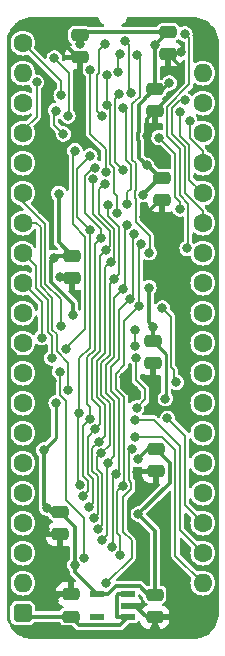
<source format=gbl>
%TF.GenerationSoftware,KiCad,Pcbnew,8.0.4*%
%TF.CreationDate,2024-08-12T14:47:45+02:00*%
%TF.ProjectId,HCP65 Device Interrupts,48435036-3520-4446-9576-69636520496e,rev?*%
%TF.SameCoordinates,PX525bfc0PY43d3480*%
%TF.FileFunction,Copper,L2,Bot*%
%TF.FilePolarity,Positive*%
%FSLAX46Y46*%
G04 Gerber Fmt 4.6, Leading zero omitted, Abs format (unit mm)*
G04 Created by KiCad (PCBNEW 8.0.4) date 2024-08-12 14:47:45*
%MOMM*%
%LPD*%
G01*
G04 APERTURE LIST*
G04 Aperture macros list*
%AMRoundRect*
0 Rectangle with rounded corners*
0 $1 Rounding radius*
0 $2 $3 $4 $5 $6 $7 $8 $9 X,Y pos of 4 corners*
0 Add a 4 corners polygon primitive as box body*
4,1,4,$2,$3,$4,$5,$6,$7,$8,$9,$2,$3,0*
0 Add four circle primitives for the rounded corners*
1,1,$1+$1,$2,$3*
1,1,$1+$1,$4,$5*
1,1,$1+$1,$6,$7*
1,1,$1+$1,$8,$9*
0 Add four rect primitives between the rounded corners*
20,1,$1+$1,$2,$3,$4,$5,0*
20,1,$1+$1,$4,$5,$6,$7,0*
20,1,$1+$1,$6,$7,$8,$9,0*
20,1,$1+$1,$8,$9,$2,$3,0*%
G04 Aperture macros list end*
%TA.AperFunction,ComponentPad*%
%ADD10C,1.600000*%
%TD*%
%TA.AperFunction,ComponentPad*%
%ADD11O,1.600000X1.600000*%
%TD*%
%TA.AperFunction,ComponentPad*%
%ADD12RoundRect,0.400000X-0.400000X-0.400000X0.400000X-0.400000X0.400000X0.400000X-0.400000X0.400000X0*%
%TD*%
%TA.AperFunction,ComponentPad*%
%ADD13R,1.600000X1.600000*%
%TD*%
%TA.AperFunction,SMDPad,CuDef*%
%ADD14RoundRect,0.250000X-0.475000X0.250000X-0.475000X-0.250000X0.475000X-0.250000X0.475000X0.250000X0*%
%TD*%
%TA.AperFunction,SMDPad,CuDef*%
%ADD15R,1.150000X0.600000*%
%TD*%
%TA.AperFunction,SMDPad,CuDef*%
%ADD16RoundRect,0.250000X0.475000X-0.250000X0.475000X0.250000X-0.475000X0.250000X-0.475000X-0.250000X0*%
%TD*%
%TA.AperFunction,ViaPad*%
%ADD17C,0.800000*%
%TD*%
%TA.AperFunction,Conductor*%
%ADD18C,0.350000*%
%TD*%
%TA.AperFunction,Conductor*%
%ADD19C,0.380000*%
%TD*%
%TA.AperFunction,Conductor*%
%ADD20C,0.280000*%
%TD*%
%TA.AperFunction,Conductor*%
%ADD21C,0.200000*%
%TD*%
G04 APERTURE END LIST*
D10*
%TO.P,J2,1,Pin_1*%
%TO.N,~{Interrupt}_{Device}4*%
X0Y0D03*
D11*
%TO.P,J2,2,Pin_2*%
%TO.N,~{Interrupt}_{Device}3*%
X0Y-2540000D03*
D10*
%TO.P,J2,3,Pin_3*%
%TO.N,~{Interrupt}_{Device}2*%
X0Y-5080000D03*
%TO.P,J2,4,Pin_4*%
%TO.N,~{Interrupt}_{Device}1*%
X0Y-7620000D03*
%TO.P,J2,5,Pin_5*%
%TO.N,unconnected-(J2-Pin_5-Pad5)*%
X0Y-10160000D03*
%TO.P,J2,6,Pin_6*%
%TO.N,~{Device Interrupt}_{ 1..7}*%
X0Y-12700000D03*
%TO.P,J2,7,Pin_7*%
%TO.N,~{Device Interrupt}_{ 16..19}*%
X0Y-15240000D03*
%TO.P,J2,8,Pin_8*%
%TO.N,~{Device Enable}_{ 1..7}*%
X0Y-17780000D03*
%TO.P,J2,9,Pin_9*%
%TO.N,~{RD}*%
X0Y-20320000D03*
%TO.P,J2,10,Pin_10*%
%TO.N,~{Device Enable}_{ 16..19}*%
X0Y-22860000D03*
%TO.P,J2,11,Pin_11*%
%TO.N,D0*%
X0Y-25400000D03*
%TO.P,J2,12,Pin_12*%
%TO.N,D1*%
X0Y-27940000D03*
%TO.P,J2,13,Pin_13*%
%TO.N,D2*%
X0Y-30480000D03*
%TO.P,J2,14,Pin_14*%
%TO.N,D3*%
X0Y-33020000D03*
%TO.P,J2,15,Pin_15*%
%TO.N,D4*%
X0Y-35560000D03*
%TO.P,J2,16,Pin_16*%
%TO.N,D5*%
X0Y-38100000D03*
%TO.P,J2,17,Pin_17*%
%TO.N,D6*%
X0Y-40640000D03*
%TO.P,J2,18,Pin_18*%
%TO.N,D7*%
X0Y-43180000D03*
D11*
%TO.P,J2,19,Pin_19*%
%TO.N,~{Enable}_{Device}19*%
X0Y-45720000D03*
D12*
%TO.P,J2,20,Pin_20*%
%TO.N,5V*%
X0Y-48260000D03*
D11*
%TO.P,J2,21,Pin_21*%
%TO.N,GND*%
X15240000Y-48260000D03*
%TO.P,J2,22,Pin_22*%
%TO.N,~{Enable}_{Device}18*%
X15240000Y-45720000D03*
D10*
%TO.P,J2,23,Pin_23*%
%TO.N,~{Enable}_{Device}17*%
X15240000Y-43180000D03*
%TO.P,J2,24,Pin_24*%
%TO.N,~{Enable}_{Device}16*%
X15240000Y-40640000D03*
%TO.P,J2,25,Pin_25*%
%TO.N,~{Enable}_{Device}7*%
X15240000Y-38100000D03*
%TO.P,J2,26,Pin_26*%
%TO.N,~{Enable}_{Device}6*%
X15240000Y-35560000D03*
%TO.P,J2,27,Pin_27*%
%TO.N,~{Enable}_{Device}5*%
X15240000Y-33020000D03*
%TO.P,J2,28,Pin_28*%
%TO.N,~{Enable}_{Device}4*%
X15240000Y-30480000D03*
%TO.P,J2,29,Pin_29*%
%TO.N,~{Enable}_{Device}3*%
X15240000Y-27940000D03*
%TO.P,J2,30,Pin_30*%
%TO.N,~{Enable}_{Device}2*%
X15240000Y-25400000D03*
%TO.P,J2,31,Pin_31*%
%TO.N,~{Enable}_{Device}1*%
X15240000Y-22860000D03*
%TO.P,J2,32,Pin_32*%
%TO.N,~{Interrupt}_{Device}19*%
X15240000Y-20320000D03*
%TO.P,J2,33,Pin_33*%
%TO.N,~{Interrupt}_{Device}18*%
X15240000Y-17780000D03*
%TO.P,J2,34,Pin_34*%
%TO.N,~{Interrupt}_{Device}17*%
X15240000Y-15240000D03*
%TO.P,J2,35,Pin_35*%
%TO.N,~{Interrupt}_{Device}16*%
X15240000Y-12700000D03*
%TO.P,J2,36,Pin_36*%
%TO.N,~{Interrupt}_{Device}7*%
X15240000Y-10160000D03*
%TO.P,J2,37,Pin_37*%
%TO.N,~{Interrupt}_{Device}6*%
X15240000Y-7620000D03*
%TO.P,J2,38,Pin_38*%
%TO.N,~{Interrupt}_{Device}5*%
X15240000Y-5080000D03*
D11*
%TO.P,J2,39,Pin_39*%
%TO.N,~{INT}*%
X15240000Y-2540000D03*
D13*
%TO.P,J2,40,Pin_40*%
%TO.N,GND*%
X15240000Y0D03*
%TD*%
D14*
%TO.P,C4,1*%
%TO.N,/3.3V*%
X12319000Y934000D03*
%TO.P,C4,2*%
%TO.N,GND*%
X12319000Y-966000D03*
%TD*%
%TO.P,C10,1*%
%TO.N,/3.3V*%
X11176000Y-46691000D03*
%TO.P,C10,2*%
%TO.N,GND*%
X11176000Y-48591000D03*
%TD*%
D15*
%TO.P,IC11,1,6VIn*%
%TO.N,5V*%
X8920000Y-46675000D03*
%TO.P,IC11,2,GND*%
%TO.N,GND*%
X8920000Y-47625000D03*
%TO.P,IC11,3,EN*%
%TO.N,5V*%
X8920000Y-48575000D03*
%TO.P,IC11,4,ADJ*%
%TO.N,unconnected-(IC11-ADJ-Pad4)*%
X6320000Y-48575000D03*
%TO.P,IC11,5,3.3VOut*%
%TO.N,/3.3V*%
X6320000Y-46675000D03*
%TD*%
D14*
%TO.P,C12,1*%
%TO.N,/3.3V*%
X4826000Y680000D03*
%TO.P,C12,2*%
%TO.N,GND*%
X4826000Y-1220000D03*
%TD*%
%TO.P,C7,1*%
%TO.N,/3.3V*%
X4191000Y-17989000D03*
%TO.P,C7,2*%
%TO.N,GND*%
X4191000Y-19889000D03*
%TD*%
%TO.P,C5,1*%
%TO.N,/3.3V*%
X3175000Y-39706000D03*
%TO.P,C5,2*%
%TO.N,GND*%
X3175000Y-41606000D03*
%TD*%
%TO.P,C6,1*%
%TO.N,/3.3V*%
X11176000Y-3892000D03*
%TO.P,C6,2*%
%TO.N,GND*%
X11176000Y-5792000D03*
%TD*%
%TO.P,C11,1*%
%TO.N,/3.3V*%
X11049000Y-25228000D03*
%TO.P,C11,2*%
%TO.N,GND*%
X11049000Y-27128000D03*
%TD*%
%TO.P,C2,1*%
%TO.N,/3.3V*%
X11303000Y-34372000D03*
%TO.P,C2,2*%
%TO.N,GND*%
X11303000Y-36272000D03*
%TD*%
D16*
%TO.P,C9,1*%
%TO.N,5V*%
X4064000Y-48559000D03*
%TO.P,C9,2*%
%TO.N,GND*%
X4064000Y-46659000D03*
%TD*%
D14*
%TO.P,C3,1*%
%TO.N,/3.3V*%
X11811000Y-11385000D03*
%TO.P,C3,2*%
%TO.N,GND*%
X11811000Y-13285000D03*
%TD*%
D17*
%TO.N,/3.3V*%
X9779000Y-39878000D03*
X2813537Y-30460463D03*
X11176000Y-186322D03*
X2667000Y-18161000D03*
X10668012Y-20701000D03*
X12398772Y-3375278D03*
X10482793Y-10350874D03*
X10211193Y-12844000D03*
X9712732Y-35247046D03*
X2022340Y-39379660D03*
X4417000Y-44183000D03*
X3048000Y-12744000D03*
X4801002Y-120500D03*
X1758669Y-34453830D03*
X11049000Y-24003000D03*
X4262211Y-23063255D03*
X12065002Y-30099000D03*
%TO.N,GND*%
X11069382Y-29603512D03*
X3048004Y-45211996D03*
X11176010Y-49530000D03*
X1524000Y-7112006D03*
X9404194Y-29398741D03*
X13389008Y-762000D03*
X10287004Y-45212000D03*
X2667000Y254000D03*
X9779000Y-41334000D03*
X8553751Y-28269283D03*
X2467012Y-28631045D03*
X3150020Y-19812000D03*
X1651000Y-14096998D03*
X1523998Y-11176000D03*
X9682149Y-36315233D03*
X2667000Y-47244000D03*
X10526219Y-7910217D03*
X889000Y-36957000D03*
X13335000Y-19939000D03*
X10245818Y-14732000D03*
X16001996Y-16509996D03*
X1865622Y-41162839D03*
X1388998Y-31749996D03*
X679658Y-16556615D03*
%TO.N,D0*%
X5698808Y-15805075D03*
X5678178Y-9575446D03*
X4839844Y-37379730D03*
X4790521Y-31359410D03*
%TO.N,D2*%
X7000642Y-17554976D03*
X5598644Y-39308367D03*
X5931160Y-11544000D03*
X6124672Y-32708378D03*
%TO.N,~{Interrupt}_{Device}7*%
X14131063Y-6633973D03*
%TO.N,D7*%
X10038724Y-16971244D03*
X8477105Y-37505762D03*
X8242067Y-43356066D03*
X9849824Y-22280844D03*
%TO.N,D3*%
X6436261Y-33741261D03*
X7440349Y-18504000D03*
X6922513Y-11933031D03*
X6005506Y-40221860D03*
%TO.N,D5*%
X8839246Y-15367357D03*
X7188971Y-35552004D03*
X6686531Y-42099912D03*
X8481722Y-20843816D03*
%TO.N,D4*%
X6390971Y-41144585D03*
X6631044Y-34722110D03*
X7747000Y-19984012D03*
X7239000Y-13716000D03*
%TO.N,~{Interrupt}_{Device}19*%
X9652000Y-1012213D03*
X10695776Y-17745449D03*
%TO.N,D6*%
X7517613Y-42656066D03*
X9074687Y-21649047D03*
X7880993Y-36449000D03*
X9451968Y-16158601D03*
%TO.N,~{Interrupt}_{Device}18*%
X13716000Y762000D03*
X13909009Y-17377000D03*
%TO.N,~{Interrupt}_{Device}4*%
X8845818Y-13589000D03*
X3236980Y-4430000D03*
X8509000Y-5461000D03*
%TO.N,~{Interrupt}_{Device}3*%
X5711591Y-2250693D03*
X7045818Y-10940659D03*
%TO.N,~{Interrupt}_{Device}1*%
X1164456Y-3316304D03*
%TO.N,~{Interrupt}_{Device}2*%
X8174244Y-4340000D03*
X8445818Y-10731814D03*
%TO.N,~{Interrupt}_{Device}5*%
X7132049Y-2676168D03*
X7086959Y-5240877D03*
X8001000Y-14430311D03*
%TO.N,D1*%
X5112549Y-38341830D03*
X5682533Y-31811429D03*
X6096000Y-10541000D03*
X6604000Y-16544000D03*
%TO.N,/~{Read Device Interrupt}_{ 16..19}*%
X12997000Y-28726170D03*
X11822436Y-22429780D03*
%TO.N,~{Interrupt}_{Device}6*%
X2794000Y-5715000D03*
X3437438Y-7708476D03*
X13306619Y-14043671D03*
X11521874Y-8003362D03*
%TO.N,~{Interrupt}_{Device}17*%
X13740397Y-4845183D03*
%TO.N,~{Interrupt}_{Device}16*%
X13335000Y-5842006D03*
%TO.N,~{RD}*%
X1608142Y-24934671D03*
%TO.N,~{Device Interrupt}_{ 1..7}*%
X3204209Y-23985154D03*
%TO.N,~{Device Enable}_{ 16..19}*%
X9510082Y-25689122D03*
X9524988Y-24270000D03*
%TO.N,~{Device Enable}_{ 1..7}*%
X2449138Y-26670000D03*
%TO.N,~{Device Interrupt}_{ 16..19}*%
X3829830Y-29359000D03*
%TO.N,~{Enable}_{Device}17*%
X9525000Y-31872497D03*
%TO.N,/~{Read Device Enable}_{ 16..19}*%
X9636602Y-30878741D03*
X9596667Y-26685369D03*
%TO.N,~{Enable}_{Device}18*%
X9463605Y-33369634D03*
%TO.N,~{Enable}_{Device}19*%
X9268525Y-34350424D03*
X7058332Y-45733000D03*
%TO.N,~{Enable}_{Device}16*%
X12246635Y-31770724D03*
%TO.N,/~{Read Device Interrupt}_{ 1..7}*%
X4414000Y-9113000D03*
X3641347Y-25882309D03*
%TO.N,/~{Read Device Enable}_{ 1..7}*%
X5207004Y-43561000D03*
X3129830Y-27827057D03*
%TO.N,Net-(IC2-2Y)*%
X2667000Y-1270000D03*
X3820951Y-6161000D03*
%TO.N,Net-(IC2-3Y)*%
X6709468Y-6217209D03*
X6928812Y-65000D03*
%TO.N,Net-(IC2-1Y)*%
X9200246Y-4238761D03*
X8639094Y159000D03*
%TO.N,~{INT}*%
X8096587Y-2412213D03*
X8241622Y-948000D03*
%TD*%
D18*
%TO.N,/3.3V*%
X11176000Y-46691000D02*
X11176000Y-41275000D01*
X11610699Y-11385000D02*
X10211193Y-12784506D01*
D19*
X10591000Y-46691000D02*
X9885000Y-45985000D01*
D18*
X2839000Y-17989000D02*
X2667000Y-18161000D01*
D19*
X3175000Y-39706000D02*
X4417000Y-40948000D01*
D18*
X11176000Y-3892000D02*
X10375246Y-4692754D01*
X2375000Y-18453000D02*
X2375000Y-20199193D01*
D20*
X1758669Y-34453830D02*
X2813537Y-33398962D01*
D18*
X11303000Y-34372000D02*
X12446000Y-35515000D01*
X10375246Y-4692754D02*
X10375246Y-4725463D01*
X11176000Y-186334D02*
X12296334Y934000D01*
X10587778Y-34372000D02*
X9712732Y-35247046D01*
X10668012Y-23622012D02*
X10668012Y-20701000D01*
X10211193Y-12784506D02*
X10211193Y-12844000D01*
D19*
X9885000Y-45985000D02*
X7923561Y-45985000D01*
X7233561Y-46675000D02*
X6320000Y-46675000D01*
D18*
X11598000Y-11385000D02*
X10563874Y-10350874D01*
X4801002Y-120500D02*
X4801002Y655002D01*
X10375246Y-4725463D02*
X9823725Y-5276983D01*
X11303000Y-34372000D02*
X10587778Y-34372000D01*
X11176000Y-3892000D02*
X11882050Y-3892000D01*
D20*
X2348680Y-39706000D02*
X2022340Y-39379660D01*
D19*
X4417000Y-40948000D02*
X4417000Y-44183000D01*
D18*
X11049000Y-24003000D02*
X11049000Y-25228000D01*
D20*
X2813537Y-33398962D02*
X2813537Y-30460463D01*
D18*
X11049000Y-24003000D02*
X10668012Y-23622012D01*
X12446000Y-35515000D02*
X12446000Y-37211000D01*
X10563874Y-10350874D02*
X10482793Y-10350874D01*
D20*
X3175000Y-39706000D02*
X2348680Y-39706000D01*
D18*
X4191000Y-17989000D02*
X3048000Y-16846000D01*
X1758669Y-34453830D02*
X1758669Y-39115989D01*
D19*
X11176000Y-46691000D02*
X10591000Y-46691000D01*
D18*
X4262211Y-22086404D02*
X4262211Y-23063255D01*
X11176000Y-3724000D02*
X11176000Y-186334D01*
D19*
X6320000Y-46675000D02*
X4417000Y-44772000D01*
D18*
X2667000Y-18161000D02*
X2375000Y-18453000D01*
D19*
X4417000Y-44772000D02*
X4417000Y-44183000D01*
D18*
X12319000Y934000D02*
X5080000Y934000D01*
X9823725Y-8303739D02*
X9823725Y-9691806D01*
D20*
X12114000Y-30050002D02*
X12065002Y-30099000D01*
D18*
X4191000Y-17989000D02*
X2839000Y-17989000D01*
D20*
X12114000Y-26293000D02*
X12114000Y-30050002D01*
D18*
X9823725Y-5276983D02*
X9823725Y-7516695D01*
X9823725Y-9691806D02*
X10482793Y-10350874D01*
X3048000Y-16846000D02*
X3048000Y-12744000D01*
D20*
X11049000Y-25228000D02*
X12114000Y-26293000D01*
D18*
X12446000Y-37211000D02*
X9779000Y-39878000D01*
X9751219Y-8231233D02*
X9823725Y-8303739D01*
X9751219Y-7589201D02*
X9751219Y-8231233D01*
D19*
X7923561Y-45985000D02*
X7233561Y-46675000D01*
D18*
X11882050Y-3892000D02*
X12398772Y-3375278D01*
X11176000Y-41275000D02*
X9779000Y-39878000D01*
X1758669Y-39115989D02*
X2022340Y-39379660D01*
X2375000Y-20199193D02*
X4262211Y-22086404D01*
X9823725Y-7516695D02*
X9751219Y-7589201D01*
%TO.N,GND*%
X11517885Y-13374115D02*
X10245818Y-14646182D01*
X-486701Y-26575000D02*
X-513350Y-26548350D01*
X16415000Y-22479000D02*
X16415000Y-22373299D01*
X10526219Y-6441781D02*
X10526219Y-7910217D01*
X11691724Y-30995724D02*
X11069382Y-30373382D01*
D19*
X3252000Y-46659000D02*
X2667000Y-47244000D01*
D18*
X8920000Y-47625000D02*
X9525000Y-47625000D01*
X15780000Y-31750000D02*
X16415000Y-32385000D01*
X1651000Y1270000D02*
X2667000Y254000D01*
X4191000Y-19889000D02*
X3227020Y-19889000D01*
X13335000Y-20076701D02*
X13335000Y-19939000D01*
X1492000Y-8985000D02*
X1524000Y-9017000D01*
X16415000Y-20996701D02*
X16415000Y-16923000D01*
X8984000Y-40179016D02*
X9779000Y-40974016D01*
X1388998Y-29709059D02*
X1388998Y-31749996D01*
X14943299Y-21685000D02*
X13335000Y-20076701D01*
X11049000Y-27128000D02*
X11049000Y-29583130D01*
X-1166089Y366840D02*
X-1107273Y605461D01*
X-486695Y-46990006D02*
X2413006Y-46990006D01*
X-442734Y1270000D02*
X1651000Y1270000D01*
X10245818Y-14646182D02*
X10245818Y-14732000D01*
X9404194Y-29398741D02*
X9404194Y-29119726D01*
X1524000Y-9017000D02*
X1524000Y-11175998D01*
X-1203000Y-17205000D02*
X-762000Y-16764000D01*
D20*
X889000Y-36957000D02*
X1140000Y-36706000D01*
D18*
X16415000Y-47085000D02*
X16415000Y-32385000D01*
X15113000Y-21685000D02*
X14943299Y-21685000D01*
X15780000Y-31750000D02*
X13321927Y-31750000D01*
X1524000Y-7112006D02*
X1524000Y-9017000D01*
D20*
X1865622Y-41162839D02*
X1140000Y-40437217D01*
D18*
X16415000Y-30988000D02*
X16415000Y-22479000D01*
D20*
X1140000Y-36706000D02*
X1140000Y-34922000D01*
D19*
X2308783Y-41606000D02*
X1865622Y-41162839D01*
D18*
X10491000Y-48591000D02*
X11176000Y-48591000D01*
X13312008Y-839000D02*
X13389008Y-762000D01*
D19*
X2667000Y-45593000D02*
X2667000Y-47244000D01*
D18*
X9404194Y-29119726D02*
X8553751Y-28269283D01*
D19*
X3175000Y-41606000D02*
X2308783Y-41606000D01*
D18*
X9779000Y-41334000D02*
X9779000Y-44703996D01*
X3227020Y-19889000D02*
X3150020Y-19812000D01*
X-554615Y-16556615D02*
X-1175000Y-15936230D01*
X-486701Y-8985000D02*
X-1175000Y-8296701D01*
D20*
X1140000Y-40437217D02*
X1140000Y-37208000D01*
D18*
X15726701Y-21685000D02*
X15113000Y-21685000D01*
X15726701Y-21685000D02*
X16415000Y-20996701D01*
X8984000Y-39276000D02*
X8984000Y-40179016D01*
X-513350Y-26548350D02*
X-1203000Y-25858701D01*
X11176000Y-5715000D02*
X13208000Y-3683000D01*
X-1175000Y-9673299D02*
X-486701Y-8985000D01*
X11176000Y-5792000D02*
X10526219Y-6441781D01*
D19*
X11176000Y-48591000D02*
X11176000Y-49529990D01*
D18*
X2413006Y-46990006D02*
X2667000Y-47244000D01*
X13321927Y-31750000D02*
X12567651Y-30995724D01*
X410967Y-26575000D02*
X-486701Y-26575000D01*
X12567651Y-30995724D02*
X11691724Y-30995724D01*
X2467012Y-28631045D02*
X1388998Y-29709059D01*
X9779000Y-40974016D02*
X9779000Y-41334000D01*
X1524000Y-11175998D02*
X1523998Y-11176000D01*
D19*
X3048004Y-41732996D02*
X3048004Y-45211996D01*
D18*
X9525000Y-47625000D02*
X10491000Y-48591000D01*
X16415000Y-16096992D02*
X16001996Y-16509996D01*
X4649000Y-1220000D02*
X3175000Y254000D01*
X13208000Y-3683000D02*
X13208000Y-1855000D01*
X2467012Y-28631045D02*
X410967Y-26575000D01*
X9725382Y-36272000D02*
X9682149Y-36315233D01*
X-1175000Y-15936230D02*
X-1175000Y-9673299D01*
D20*
X1140000Y-37208000D02*
X889000Y-36957000D01*
D19*
X11226000Y-48641000D02*
X13208000Y-48641000D01*
D18*
X-762000Y-16764000D02*
X-554615Y-16556615D01*
X9779000Y-44703996D02*
X10287004Y-45212000D01*
X1523998Y-13969996D02*
X1651000Y-14096998D01*
D20*
X889000Y-33743204D02*
X1388998Y-33243206D01*
D18*
X1523998Y-11176000D02*
X1523998Y-13969996D01*
X13589000Y-48260000D02*
X15240000Y-48260000D01*
X-1107273Y605461D02*
X-442734Y1270000D01*
X-486701Y-8985000D02*
X1492000Y-8985000D01*
X11303000Y-36272000D02*
X9725382Y-36272000D01*
X12750000Y-839000D02*
X13312008Y-839000D01*
D19*
X3048004Y-45211996D02*
X2667000Y-45593000D01*
X11176000Y-49529990D02*
X11176010Y-49530000D01*
D18*
X3175000Y254000D02*
X2667000Y254000D01*
X-1175000Y-46301701D02*
X-486695Y-46990006D01*
X-1175000Y-27210000D02*
X-1175000Y-46301701D01*
X-513350Y-26548350D02*
X-1175000Y-27210000D01*
X16415000Y-16923000D02*
X16001996Y-16509996D01*
D20*
X889000Y-34671000D02*
X889000Y-33743204D01*
D18*
X16415000Y-1175000D02*
X16415000Y-16096992D01*
X15240000Y-48260000D02*
X16415000Y-47085000D01*
X13208000Y-1855000D02*
X12319000Y-966000D01*
X16415000Y-22373299D02*
X15726701Y-21685000D01*
X-1175000Y293448D02*
X-1166089Y366840D01*
X9682149Y-36315233D02*
X9682149Y-38577851D01*
X15780000Y-31750000D02*
X16415000Y-31115000D01*
D19*
X4064000Y-46659000D02*
X3252000Y-46659000D01*
D20*
X1388998Y-33243206D02*
X1388998Y-31749996D01*
D18*
X11069382Y-30373382D02*
X11069382Y-29603512D01*
X-554615Y-16556615D02*
X679658Y-16556615D01*
X-1175000Y-8296701D02*
X-1175000Y293448D01*
X11049000Y-29583130D02*
X11069382Y-29603512D01*
D20*
X1140000Y-34922000D02*
X889000Y-34671000D01*
D18*
X9682149Y-38577851D02*
X8984000Y-39276000D01*
X16415000Y-31115000D02*
X16415000Y-30988000D01*
X13208000Y-48641000D02*
X13589000Y-48260000D01*
X15240000Y0D02*
X16415000Y-1175000D01*
X-1203000Y-25858701D02*
X-1203000Y-17205000D01*
D19*
%TO.N,5V*%
X7955000Y-48565000D02*
X7955000Y-46773805D01*
X7965000Y-48575000D02*
X7955000Y-48565000D01*
X8230000Y-49265000D02*
X8920000Y-48575000D01*
X8920000Y-48575000D02*
X7965000Y-48575000D01*
X4064000Y-48559000D02*
X4770000Y-49265000D01*
X4064000Y-48559000D02*
X299000Y-48559000D01*
X8053805Y-46675000D02*
X8920000Y-46675000D01*
X4770000Y-49265000D02*
X8230000Y-49265000D01*
X7955000Y-46773805D02*
X8053805Y-46675000D01*
D21*
%TO.N,D0*%
X5696000Y-25800000D02*
X4790521Y-26705479D01*
X4685003Y-31464928D02*
X4685003Y-37224889D01*
X4790521Y-26705479D02*
X4790521Y-31359410D01*
X5696000Y-15807883D02*
X5696000Y-25800000D01*
X5678178Y-9575446D02*
X4624143Y-10629481D01*
X4685003Y-37224889D02*
X4839844Y-37379730D01*
X4624143Y-10629481D02*
X4624143Y-14730410D01*
X4790521Y-31359410D02*
X4685003Y-31464928D01*
X5698808Y-15805075D02*
X5696000Y-15807883D01*
X4624143Y-14730410D02*
X5698808Y-15805075D01*
%TO.N,D2*%
X5853763Y-26773609D02*
X5853763Y-30110769D01*
X6542999Y-18012619D02*
X6542999Y-26084373D01*
X5931160Y-14481792D02*
X5931160Y-11544000D01*
X5853763Y-30110769D02*
X6542999Y-30800005D01*
X6542999Y-30800005D02*
X6542999Y-32290051D01*
X5939844Y-36924095D02*
X5939844Y-38967167D01*
X7338794Y-15889426D02*
X5931160Y-14481792D01*
X7000642Y-17554976D02*
X6542999Y-18012619D01*
X6542999Y-26084373D02*
X5853763Y-26773609D01*
X6542999Y-32290051D02*
X6124672Y-32708378D01*
X5939844Y-38967167D02*
X5598644Y-39308367D01*
X6124672Y-32708378D02*
X5485003Y-33348047D01*
X7338794Y-17216824D02*
X7338794Y-15889426D01*
X5485003Y-33348047D02*
X5485003Y-36469254D01*
X7000642Y-17554976D02*
X7338794Y-17216824D01*
X5485003Y-36469254D02*
X5939844Y-36924095D01*
%TO.N,~{Interrupt}_{Device}7*%
X15240000Y-10160000D02*
X15240000Y-9175635D01*
X14131063Y-8066698D02*
X14131063Y-6633973D01*
X15240000Y-9175635D02*
X14131063Y-8066698D01*
%TO.N,D7*%
X7853751Y-29282327D02*
X8558825Y-29987401D01*
X8580997Y-37401870D02*
X8477105Y-37505762D01*
X8558825Y-27274259D02*
X7853751Y-27979333D01*
X7853751Y-27979333D02*
X7853751Y-29282327D01*
X8015000Y-37967867D02*
X8015000Y-41473686D01*
X8558825Y-34630674D02*
X8580997Y-34652846D01*
X9849824Y-22280844D02*
X9828029Y-22259049D01*
X9828029Y-17181939D02*
X10038724Y-16971244D01*
X8580997Y-34652846D02*
X8580997Y-37401870D01*
X8558825Y-23571843D02*
X8558825Y-27274259D01*
X8558825Y-29987401D02*
X8558825Y-34630674D01*
X8015000Y-41473686D02*
X8242067Y-41700753D01*
X8477105Y-37505762D02*
X8015000Y-37967867D01*
X9849824Y-22280844D02*
X8558825Y-23571843D01*
X8242067Y-41700753D02*
X8242067Y-43356066D01*
X9828029Y-22259049D02*
X9828029Y-17181939D01*
%TO.N,D3*%
X6943008Y-19001341D02*
X6943008Y-26250050D01*
X6477000Y-14461946D02*
X6477000Y-12378544D01*
X6253760Y-26939298D02*
X6253760Y-29945080D01*
X6339844Y-39887522D02*
X6339844Y-36660644D01*
X7738794Y-18205555D02*
X7738794Y-15723740D01*
X6942999Y-33234523D02*
X6436261Y-33741261D01*
X7738794Y-15723740D02*
X6477000Y-14461946D01*
X6477000Y-12378544D02*
X6922513Y-11933031D01*
X6943008Y-26250050D02*
X6253760Y-26939298D01*
X5885003Y-34292519D02*
X6436261Y-33741261D01*
X6942999Y-30634319D02*
X6942999Y-33234523D01*
X6339844Y-36660644D02*
X5885003Y-36205803D01*
X6253760Y-29945080D02*
X6942999Y-30634319D01*
X5885003Y-36205803D02*
X5885003Y-34292519D01*
X7440349Y-18504000D02*
X6943008Y-19001341D01*
X7440349Y-18504000D02*
X7738794Y-18205555D01*
X6005506Y-40221860D02*
X6339844Y-39887522D01*
%TO.N,D5*%
X7161724Y-35579251D02*
X7188971Y-35552004D01*
X7746652Y-30306600D02*
X7746652Y-34994323D01*
X8481722Y-20843816D02*
X7746652Y-21578886D01*
X8636000Y-15570603D02*
X8839246Y-15367357D01*
X7746652Y-26577778D02*
X7053754Y-27270676D01*
X6686531Y-42099912D02*
X7161724Y-41624719D01*
X7053754Y-27270676D02*
X7053754Y-29613702D01*
X8636000Y-20689538D02*
X8636000Y-15570603D01*
X8481722Y-20843816D02*
X8636000Y-20689538D01*
X7053754Y-29613702D02*
X7746652Y-30306600D01*
X7746652Y-21578886D02*
X7746652Y-26577778D01*
X7161724Y-41624719D02*
X7161724Y-35579251D01*
X7746652Y-34994323D02*
X7188971Y-35552004D01*
%TO.N,D4*%
X6285003Y-35068151D02*
X6631044Y-34722110D01*
X6739851Y-36494967D02*
X6285003Y-36040119D01*
X8140351Y-19590661D02*
X8140351Y-15559612D01*
X6285003Y-36040119D02*
X6285003Y-35068151D01*
X8140351Y-15559612D02*
X7239000Y-14658261D01*
X7346652Y-30472286D02*
X7346652Y-34006502D01*
X7346652Y-34006502D02*
X6631044Y-34722110D01*
X7747000Y-19984012D02*
X7346652Y-20384360D01*
X7346652Y-26412092D02*
X6653757Y-27104987D01*
X6739851Y-40795705D02*
X6739851Y-36494967D01*
X6653757Y-29779391D02*
X7346652Y-30472286D01*
X6653757Y-27104987D02*
X6653757Y-29779391D01*
X7239000Y-14658261D02*
X7239000Y-13716000D01*
X7346652Y-20384360D02*
X7346652Y-26412092D01*
X7747000Y-19984012D02*
X8140351Y-19590661D01*
X6390971Y-41144585D02*
X6739851Y-40795705D01*
%TO.N,~{Interrupt}_{Device}19*%
X9545818Y-10144576D02*
X9276219Y-9874977D01*
X9511193Y-13097102D02*
X9511193Y-12517202D01*
X10782211Y-17659014D02*
X10782211Y-16366047D01*
X9276219Y-5120029D02*
X9457487Y-4938761D01*
X9545818Y-13131727D02*
X9511193Y-13097102D01*
X10695776Y-17745449D02*
X10782211Y-17659014D01*
X9900246Y-1260459D02*
X9652000Y-1012213D01*
X9900246Y-4528711D02*
X9900246Y-1260459D01*
X10782211Y-16366047D02*
X9545818Y-15129654D01*
X9511193Y-12517202D02*
X9545818Y-12482577D01*
X9545818Y-12482577D02*
X9545818Y-10144576D01*
X9545818Y-15129654D02*
X9545818Y-13131727D01*
X9457487Y-4938761D02*
X9490196Y-4938761D01*
X9276219Y-9874977D02*
X9276219Y-5120029D01*
X9490196Y-4938761D02*
X9900246Y-4528711D01*
%TO.N,D6*%
X8146652Y-22577082D02*
X8146652Y-26743465D01*
X8146652Y-30140914D02*
X8146652Y-36183341D01*
X7453751Y-27436366D02*
X7453751Y-29448013D01*
X9074687Y-21649047D02*
X9333000Y-21390734D01*
X9074687Y-21649047D02*
X8146652Y-22577082D01*
X9333000Y-16277569D02*
X9451968Y-16158601D01*
X8146652Y-26743465D02*
X7453751Y-27436366D01*
X7603070Y-36726923D02*
X7603070Y-42570609D01*
X9333000Y-21390734D02*
X9333000Y-16277569D01*
X7880993Y-36449000D02*
X7603070Y-36726923D01*
X7453751Y-29448013D02*
X8146652Y-30140914D01*
X8146652Y-36183341D02*
X7880993Y-36449000D01*
X7603070Y-42570609D02*
X7517613Y-42656066D01*
%TO.N,~{Interrupt}_{Device}18*%
X12201000Y-7833691D02*
X13297000Y-8929692D01*
X12201000Y-5394629D02*
X12201000Y-7833691D01*
X13716000Y762000D02*
X14089000Y389000D01*
X14006619Y-13587940D02*
X14006619Y-17279390D01*
X14089000Y-3506629D02*
X12201000Y-5394629D01*
X13297000Y-8929692D02*
X13297000Y-12878321D01*
X14089000Y389000D02*
X14089000Y-3506629D01*
X14006619Y-17279390D02*
X13909009Y-17377000D01*
X13297000Y-12878321D02*
X14006619Y-13587940D01*
%TO.N,~{Interrupt}_{Device}4*%
X3236980Y-3236980D02*
X3236980Y-4430000D01*
X9145818Y-12316892D02*
X8845818Y-12616892D01*
X9145818Y-10310261D02*
X9145818Y-12316892D01*
X0Y0D02*
X3236980Y-3236980D01*
X8777000Y-5729000D02*
X8777000Y-9941442D01*
X8845818Y-12616892D02*
X8845818Y-13589000D01*
X8777000Y-9941442D02*
X9145818Y-10310261D01*
X8509000Y-5461000D02*
X8777000Y-5729000D01*
%TO.N,~{Interrupt}_{Device}3*%
X7009000Y-8984189D02*
X5711591Y-7686780D01*
X7009000Y-10903841D02*
X7009000Y-8984189D01*
X7045818Y-10940659D02*
X7009000Y-10903841D01*
X5711591Y-7686780D02*
X5711591Y-2250693D01*
%TO.N,~{Interrupt}_{Device}1*%
X1164456Y-6227594D02*
X0Y-7392050D01*
X1164456Y-3316304D02*
X1164456Y-6227594D01*
%TO.N,~{Interrupt}_{Device}2*%
X7809000Y-4705244D02*
X8174244Y-4340000D01*
X8445818Y-10731814D02*
X7809000Y-10094996D01*
X7809000Y-10094996D02*
X7809000Y-4705244D01*
%TO.N,~{Interrupt}_{Device}5*%
X7086959Y-5240877D02*
X7086959Y-2721258D01*
X7745818Y-12724868D02*
X7745818Y-10597504D01*
X7409000Y-10260685D02*
X7409000Y-5562918D01*
X7745818Y-10597504D02*
X7409000Y-10260685D01*
X7409000Y-5562918D02*
X7086959Y-5240877D01*
X7086959Y-2721258D02*
X7132049Y-2676168D01*
X8001000Y-14430311D02*
X8001000Y-12980050D01*
X8001000Y-12980050D02*
X7745818Y-12724868D01*
%TO.N,D1*%
X5682533Y-30828533D02*
X5682533Y-31811429D01*
X6604000Y-15720317D02*
X5231160Y-14347477D01*
X6604000Y-16544000D02*
X6604000Y-15720317D01*
X5539844Y-37914535D02*
X5112549Y-38341830D01*
X5539844Y-37089780D02*
X5539844Y-37914535D01*
X5944210Y-10541000D02*
X6096000Y-10541000D01*
X5453766Y-30599766D02*
X5682533Y-30828533D01*
X5085003Y-32408959D02*
X5085003Y-36634939D01*
X5231160Y-14347477D02*
X5231160Y-11254050D01*
X5453766Y-26607920D02*
X5453766Y-30599766D01*
X6096000Y-17052000D02*
X6096000Y-25965686D01*
X5682533Y-31811429D02*
X5085003Y-32408959D01*
X5231160Y-11254050D02*
X5944210Y-10541000D01*
X6604000Y-16544000D02*
X6096000Y-17052000D01*
X6096000Y-25965686D02*
X5453766Y-26607920D01*
X5085003Y-36634939D02*
X5539844Y-37089780D01*
%TO.N,/~{Read Device Interrupt}_{ 16..19}*%
X12759000Y-27645132D02*
X12759000Y-28488170D01*
X12759000Y-28488170D02*
X12997000Y-28726170D01*
X12554000Y-23161344D02*
X12554000Y-27440132D01*
X11822436Y-22429780D02*
X12554000Y-23161344D01*
X12554000Y-27440132D02*
X12759000Y-27645132D01*
%TO.N,~{Interrupt}_{Device}6*%
X13335000Y-14015290D02*
X13335000Y-13482007D01*
X2648000Y-5861000D02*
X2648000Y-6919038D01*
X13306619Y-14043671D02*
X13335000Y-14015290D01*
X13335000Y-13482007D02*
X12897000Y-13044006D01*
X12897000Y-13044006D02*
X12897001Y-9378489D01*
X12897001Y-9378489D02*
X11521874Y-8003362D01*
X2794000Y-5715000D02*
X2648000Y-5861000D01*
X2648000Y-6919038D02*
X3437438Y-7708476D01*
%TO.N,~{Interrupt}_{Device}17*%
X13324697Y-4845183D02*
X13740397Y-4845183D01*
X15240000Y-14255635D02*
X13697000Y-12712635D01*
X12635000Y-7702005D02*
X12635000Y-5534880D01*
X12635000Y-5534880D02*
X13324697Y-4845183D01*
X13697000Y-12712635D02*
X13697000Y-8764005D01*
X15240000Y-15240000D02*
X15240000Y-14255635D01*
X13697000Y-8764005D02*
X12635000Y-7702005D01*
%TO.N,~{Interrupt}_{Device}16*%
X14097000Y-8598319D02*
X13335000Y-7836319D01*
X13335000Y-7836319D02*
X13335000Y-5842006D01*
X14097000Y-11557000D02*
X14097000Y-8598319D01*
X15240000Y-12700000D02*
X14097000Y-11557000D01*
%TO.N,~{RD}*%
X0Y-20320000D02*
X1608142Y-21928142D01*
X1608142Y-21928142D02*
X1608142Y-24934671D01*
%TO.N,~{Device Interrupt}_{ 1..7}*%
X3204209Y-21700152D02*
X3204209Y-23985154D01*
X0Y-13435950D02*
X1900000Y-15335950D01*
X1900000Y-20395943D02*
X3204209Y-21700152D01*
X0Y-12700000D02*
X0Y-13435950D01*
X1900000Y-15335950D02*
X1900000Y-20395943D01*
%TO.N,~{Device Enable}_{ 16..19}*%
X9524988Y-24270000D02*
X9524988Y-25674216D01*
X9524988Y-25674216D02*
X9510082Y-25689122D01*
%TO.N,~{Device Enable}_{ 1..7}*%
X2449138Y-24785719D02*
X2449138Y-26670000D01*
X0Y-17780000D02*
X1100000Y-18880000D01*
X2104209Y-24440790D02*
X2449138Y-24785719D01*
X2104209Y-21731523D02*
X2104209Y-24440790D01*
X1100000Y-18880000D02*
X1100000Y-20727314D01*
X1100000Y-20727314D02*
X2104209Y-21731523D01*
%TO.N,~{Device Interrupt}_{ 16..19}*%
X0Y-15240000D02*
X1131370Y-15240000D01*
X1500000Y-20561628D02*
X2504209Y-21565837D01*
X2504209Y-21565837D02*
X2504209Y-24275104D01*
X2856000Y-26086912D02*
X3829830Y-27060742D01*
X1131370Y-15240000D02*
X1500000Y-15608630D01*
X2504209Y-24275104D02*
X2856000Y-24626895D01*
X1500000Y-15608630D02*
X1500000Y-20561628D01*
X3829830Y-27060742D02*
X3829830Y-29359000D01*
X2856000Y-24626895D02*
X2856000Y-26086912D01*
%TO.N,~{Enable}_{Device}17*%
X13321000Y-34091315D02*
X11102182Y-31872497D01*
X15240000Y-43180000D02*
X13321000Y-41261000D01*
X13321000Y-41261000D02*
X13321000Y-34091315D01*
X11102182Y-31872497D02*
X9525000Y-31872497D01*
%TO.N,/~{Read Device Enable}_{ 16..19}*%
X10369382Y-30145961D02*
X9636602Y-30878741D01*
X9596667Y-26685369D02*
X9596667Y-28540847D01*
X9596667Y-28540847D02*
X10369382Y-29313562D01*
X10369382Y-29313562D02*
X10369382Y-30145961D01*
%TO.N,~{Enable}_{Device}18*%
X11803451Y-33369634D02*
X9463605Y-33369634D01*
X12921000Y-34487183D02*
X11803451Y-33369634D01*
X15240000Y-45720000D02*
X12921000Y-43401000D01*
X12921000Y-43401000D02*
X12921000Y-34487183D01*
%TO.N,~{Enable}_{Device}19*%
X8509000Y-38463817D02*
X8509000Y-41402000D01*
X9209000Y-42102000D02*
X9209000Y-43582332D01*
X9209000Y-43582332D02*
X7058332Y-45733000D01*
X9177105Y-37795712D02*
X8509000Y-38463817D01*
X9268525Y-34350424D02*
X8981647Y-34637302D01*
X8509000Y-41402000D02*
X9209000Y-42102000D01*
X8981647Y-34637302D02*
X8981647Y-37020354D01*
X8981647Y-37020354D02*
X9177105Y-37215812D01*
X9177105Y-37215812D02*
X9177105Y-37795712D01*
%TO.N,~{Enable}_{Device}16*%
X13721000Y-39121000D02*
X13721000Y-33245089D01*
X13721000Y-33245089D02*
X12246635Y-31770724D01*
X15240000Y-40640000D02*
X13721000Y-39121000D01*
%TO.N,/~{Read Device Interrupt}_{ 1..7}*%
X5296000Y-16392217D02*
X4224143Y-15320360D01*
X3641347Y-25822653D02*
X5296000Y-24168000D01*
X3641347Y-25882309D02*
X3641347Y-25822653D01*
X5296000Y-24168000D02*
X5296000Y-16392217D01*
X4224143Y-9302857D02*
X4414000Y-9113000D01*
X4224143Y-15320360D02*
X4224143Y-9302857D01*
%TO.N,/~{Read Device Enable}_{ 1..7}*%
X3129830Y-29786806D02*
X3129830Y-28957802D01*
X5207004Y-43561000D02*
X5207004Y-40235187D01*
X3167000Y-28920632D02*
X3167000Y-27864227D01*
X3167000Y-27864227D02*
X3129830Y-27827057D01*
X3683000Y-30339976D02*
X3129830Y-29786806D01*
X3129830Y-28957802D02*
X3167000Y-28920632D01*
X3683000Y-38711183D02*
X3683000Y-30339976D01*
X5207004Y-40235187D02*
X3683000Y-38711183D01*
%TO.N,Net-(IC2-2Y)*%
X3937000Y-2540000D02*
X2667000Y-1270000D01*
X3937000Y-6044951D02*
X3937000Y-2540000D01*
X3820951Y-6161000D02*
X3937000Y-6044951D01*
%TO.N,Net-(IC2-3Y)*%
X6443813Y-549999D02*
X6928812Y-65000D01*
X6443813Y-2500154D02*
X6443813Y-549999D01*
X6266271Y-5774012D02*
X6266271Y-2677696D01*
X6266271Y-2677696D02*
X6443813Y-2500154D01*
X6709468Y-6217209D02*
X6266271Y-5774012D01*
%TO.N,Net-(IC2-1Y)*%
X8952000Y-153906D02*
X8639094Y159000D01*
X9200246Y-4238761D02*
X8952000Y-3990515D01*
X8952000Y-3990515D02*
X8952000Y-153906D01*
%TO.N,~{INT}*%
X8241622Y-948000D02*
X8096587Y-1093035D01*
X8096587Y-1093035D02*
X8096587Y-2412213D01*
%TD*%
%TA.AperFunction,Conductor*%
%TO.N,GND*%
G36*
X14337461Y2213262D02*
G01*
X14337852Y2213233D01*
X14346689Y2213233D01*
X14400523Y2213233D01*
X14408008Y2213007D01*
X14445860Y2210718D01*
X14663570Y2197552D01*
X14678424Y2195748D01*
X14926564Y2150278D01*
X14941089Y2146698D01*
X15181947Y2071646D01*
X15195941Y2066339D01*
X15425984Y1962808D01*
X15439243Y1955849D01*
X15655127Y1825345D01*
X15667450Y1816839D01*
X15866022Y1661270D01*
X15877231Y1651341D01*
X16055618Y1472957D01*
X16065547Y1461749D01*
X16221121Y1263176D01*
X16229628Y1250852D01*
X16360137Y1034966D01*
X16367095Y1021707D01*
X16470627Y791670D01*
X16475937Y777670D01*
X16550986Y536831D01*
X16554570Y522292D01*
X16600043Y274158D01*
X16601848Y259293D01*
X16617273Y4301D01*
X16617499Y-3186D01*
X16617500Y-48202417D01*
X16617500Y-48256249D01*
X16617274Y-48263736D01*
X16601815Y-48519287D01*
X16600010Y-48534152D01*
X16554538Y-48782284D01*
X16550954Y-48796822D01*
X16475908Y-49037653D01*
X16470598Y-49051655D01*
X16367066Y-49281690D01*
X16360108Y-49294948D01*
X16229601Y-49510831D01*
X16221094Y-49523155D01*
X16065523Y-49721725D01*
X16055594Y-49732933D01*
X15877210Y-49911315D01*
X15866001Y-49921244D01*
X15667432Y-50076810D01*
X15655109Y-50085316D01*
X15439229Y-50215818D01*
X15425970Y-50222777D01*
X15195933Y-50326305D01*
X15181933Y-50331615D01*
X14941090Y-50406663D01*
X14926550Y-50410246D01*
X14678427Y-50455713D01*
X14663563Y-50457518D01*
X14407481Y-50473006D01*
X14399995Y-50473232D01*
X13970000Y-50473232D01*
X13970000Y-44945681D01*
X14229808Y-45205489D01*
X14263293Y-45266812D01*
X14260788Y-45329165D01*
X14204699Y-45514067D01*
X14184417Y-45720000D01*
X14204699Y-45925932D01*
X14204700Y-45925934D01*
X14264768Y-46123954D01*
X14362315Y-46306450D01*
X14362317Y-46306452D01*
X14493589Y-46466410D01*
X14590209Y-46545702D01*
X14653550Y-46597685D01*
X14836046Y-46695232D01*
X15034066Y-46755300D01*
X15034065Y-46755300D01*
X15052529Y-46757118D01*
X15240000Y-46775583D01*
X15445934Y-46755300D01*
X15643954Y-46695232D01*
X15826450Y-46597685D01*
X15986410Y-46466410D01*
X16117685Y-46306450D01*
X16215232Y-46123954D01*
X16275300Y-45925934D01*
X16295583Y-45720000D01*
X16275300Y-45514066D01*
X16215232Y-45316046D01*
X16117685Y-45133550D01*
X16065702Y-45070209D01*
X15986410Y-44973589D01*
X15826452Y-44842317D01*
X15826453Y-44842317D01*
X15826450Y-44842315D01*
X15643954Y-44744768D01*
X15445934Y-44684700D01*
X15445932Y-44684699D01*
X15445934Y-44684699D01*
X15240000Y-44664417D01*
X15034067Y-44684699D01*
X14849165Y-44740788D01*
X14779298Y-44741411D01*
X14725489Y-44709808D01*
X13970000Y-43954318D01*
X13970000Y-42405682D01*
X14229808Y-42665490D01*
X14263293Y-42726813D01*
X14260788Y-42789166D01*
X14204699Y-42974067D01*
X14184417Y-43180000D01*
X14204699Y-43385932D01*
X14234734Y-43484944D01*
X14264768Y-43583954D01*
X14362315Y-43766450D01*
X14362317Y-43766452D01*
X14493589Y-43926410D01*
X14527596Y-43954318D01*
X14653550Y-44057685D01*
X14836046Y-44155232D01*
X15034066Y-44215300D01*
X15034065Y-44215300D01*
X15052529Y-44217118D01*
X15240000Y-44235583D01*
X15445934Y-44215300D01*
X15643954Y-44155232D01*
X15826450Y-44057685D01*
X15986410Y-43926410D01*
X16117685Y-43766450D01*
X16215232Y-43583954D01*
X16275300Y-43385934D01*
X16295583Y-43180000D01*
X16275300Y-42974066D01*
X16215232Y-42776046D01*
X16117685Y-42593550D01*
X16065702Y-42530209D01*
X15986410Y-42433589D01*
X15826452Y-42302317D01*
X15826453Y-42302317D01*
X15826450Y-42302315D01*
X15643954Y-42204768D01*
X15445934Y-42144700D01*
X15445932Y-42144699D01*
X15445934Y-42144699D01*
X15240000Y-42124417D01*
X15034067Y-42144699D01*
X14849166Y-42200788D01*
X14779299Y-42201411D01*
X14725490Y-42169808D01*
X13970000Y-41414318D01*
X13970000Y-39865681D01*
X14229808Y-40125489D01*
X14263293Y-40186812D01*
X14260788Y-40249165D01*
X14204699Y-40434067D01*
X14184417Y-40640000D01*
X14204699Y-40845932D01*
X14204700Y-40845934D01*
X14264768Y-41043954D01*
X14362315Y-41226450D01*
X14362317Y-41226452D01*
X14493589Y-41386410D01*
X14505626Y-41396288D01*
X14653550Y-41517685D01*
X14836046Y-41615232D01*
X15034066Y-41675300D01*
X15034065Y-41675300D01*
X15052529Y-41677118D01*
X15240000Y-41695583D01*
X15445934Y-41675300D01*
X15643954Y-41615232D01*
X15826450Y-41517685D01*
X15986410Y-41386410D01*
X16117685Y-41226450D01*
X16215232Y-41043954D01*
X16275300Y-40845934D01*
X16295583Y-40640000D01*
X16275300Y-40434066D01*
X16215232Y-40236046D01*
X16117685Y-40053550D01*
X16065702Y-39990209D01*
X15986410Y-39893589D01*
X15826452Y-39762317D01*
X15826453Y-39762317D01*
X15826450Y-39762315D01*
X15643954Y-39664768D01*
X15445934Y-39604700D01*
X15445932Y-39604699D01*
X15445934Y-39604699D01*
X15240000Y-39584417D01*
X15034067Y-39604699D01*
X14849165Y-39660788D01*
X14779298Y-39661411D01*
X14725489Y-39629808D01*
X14107819Y-39012137D01*
X14074334Y-38950814D01*
X14071500Y-38924456D01*
X14071500Y-38637410D01*
X14091185Y-38570371D01*
X14143989Y-38524616D01*
X14213147Y-38514672D01*
X14276703Y-38543697D01*
X14304857Y-38578955D01*
X14362315Y-38686450D01*
X14362317Y-38686452D01*
X14493589Y-38846410D01*
X14588690Y-38924456D01*
X14653550Y-38977685D01*
X14836046Y-39075232D01*
X15034066Y-39135300D01*
X15034065Y-39135300D01*
X15052529Y-39137118D01*
X15240000Y-39155583D01*
X15445934Y-39135300D01*
X15643954Y-39075232D01*
X15826450Y-38977685D01*
X15986410Y-38846410D01*
X16117685Y-38686450D01*
X16215232Y-38503954D01*
X16275300Y-38305934D01*
X16295583Y-38100000D01*
X16275300Y-37894066D01*
X16215232Y-37696046D01*
X16117685Y-37513550D01*
X16065702Y-37450209D01*
X15986410Y-37353589D01*
X15826452Y-37222317D01*
X15826453Y-37222317D01*
X15826450Y-37222315D01*
X15643954Y-37124768D01*
X15445934Y-37064700D01*
X15445932Y-37064699D01*
X15445934Y-37064699D01*
X15240000Y-37044417D01*
X15034067Y-37064699D01*
X14836043Y-37124769D01*
X14725898Y-37183643D01*
X14653550Y-37222315D01*
X14653548Y-37222316D01*
X14653547Y-37222317D01*
X14493589Y-37353589D01*
X14362317Y-37513547D01*
X14304858Y-37621043D01*
X14255895Y-37670887D01*
X14187757Y-37686347D01*
X14122078Y-37662515D01*
X14079709Y-37606957D01*
X14071500Y-37562589D01*
X14071500Y-36097410D01*
X14091185Y-36030371D01*
X14143989Y-35984616D01*
X14213147Y-35974672D01*
X14276703Y-36003697D01*
X14304857Y-36038955D01*
X14362315Y-36146450D01*
X14362317Y-36146452D01*
X14493589Y-36306410D01*
X14590209Y-36385702D01*
X14653550Y-36437685D01*
X14836046Y-36535232D01*
X15034066Y-36595300D01*
X15034065Y-36595300D01*
X15052529Y-36597118D01*
X15240000Y-36615583D01*
X15445934Y-36595300D01*
X15643954Y-36535232D01*
X15826450Y-36437685D01*
X15986410Y-36306410D01*
X16117685Y-36146450D01*
X16215232Y-35963954D01*
X16275300Y-35765934D01*
X16295583Y-35560000D01*
X16275300Y-35354066D01*
X16215232Y-35156046D01*
X16117685Y-34973550D01*
X16065702Y-34910209D01*
X15986410Y-34813589D01*
X15826452Y-34682317D01*
X15826453Y-34682317D01*
X15826450Y-34682315D01*
X15643954Y-34584768D01*
X15445934Y-34524700D01*
X15445932Y-34524699D01*
X15445934Y-34524699D01*
X15240000Y-34504417D01*
X15034067Y-34524699D01*
X14836043Y-34584769D01*
X14725898Y-34643643D01*
X14653550Y-34682315D01*
X14653548Y-34682316D01*
X14653547Y-34682317D01*
X14493589Y-34813589D01*
X14362317Y-34973547D01*
X14304858Y-35081043D01*
X14255895Y-35130887D01*
X14187757Y-35146347D01*
X14122078Y-35122515D01*
X14079709Y-35066957D01*
X14071500Y-35022589D01*
X14071500Y-33557410D01*
X14091185Y-33490371D01*
X14143989Y-33444616D01*
X14213147Y-33434672D01*
X14276703Y-33463697D01*
X14304857Y-33498955D01*
X14362315Y-33606450D01*
X14362317Y-33606452D01*
X14493589Y-33766410D01*
X14590209Y-33845702D01*
X14653550Y-33897685D01*
X14836046Y-33995232D01*
X15034066Y-34055300D01*
X15034065Y-34055300D01*
X15052529Y-34057118D01*
X15240000Y-34075583D01*
X15445934Y-34055300D01*
X15643954Y-33995232D01*
X15826450Y-33897685D01*
X15986410Y-33766410D01*
X16117685Y-33606450D01*
X16215232Y-33423954D01*
X16275300Y-33225934D01*
X16295583Y-33020000D01*
X16275300Y-32814066D01*
X16215232Y-32616046D01*
X16117685Y-32433550D01*
X16065702Y-32370209D01*
X15986410Y-32273589D01*
X15826452Y-32142317D01*
X15826453Y-32142317D01*
X15826450Y-32142315D01*
X15643954Y-32044768D01*
X15445934Y-31984700D01*
X15445932Y-31984699D01*
X15445934Y-31984699D01*
X15240000Y-31964417D01*
X15034067Y-31984699D01*
X14836043Y-32044769D01*
X14725898Y-32103643D01*
X14653550Y-32142315D01*
X14653548Y-32142316D01*
X14653547Y-32142317D01*
X14493589Y-32273589D01*
X14362317Y-32433547D01*
X14264769Y-32616043D01*
X14204699Y-32814067D01*
X14192826Y-32934622D01*
X14166665Y-32999409D01*
X14109631Y-33039768D01*
X14039830Y-33042885D01*
X13981742Y-33010149D01*
X13970000Y-32998407D01*
X13970000Y-30480000D01*
X14184417Y-30480000D01*
X14204699Y-30685932D01*
X14204700Y-30685934D01*
X14264768Y-30883954D01*
X14362315Y-31066450D01*
X14362317Y-31066452D01*
X14493589Y-31226410D01*
X14590209Y-31305702D01*
X14653550Y-31357685D01*
X14836046Y-31455232D01*
X15034066Y-31515300D01*
X15034065Y-31515300D01*
X15052529Y-31517118D01*
X15240000Y-31535583D01*
X15445934Y-31515300D01*
X15643954Y-31455232D01*
X15826450Y-31357685D01*
X15986410Y-31226410D01*
X16117685Y-31066450D01*
X16215232Y-30883954D01*
X16275300Y-30685934D01*
X16295583Y-30480000D01*
X16275300Y-30274066D01*
X16215232Y-30076046D01*
X16117685Y-29893550D01*
X16065702Y-29830209D01*
X15986410Y-29733589D01*
X15826452Y-29602317D01*
X15826453Y-29602317D01*
X15826450Y-29602315D01*
X15643954Y-29504768D01*
X15445934Y-29444700D01*
X15445932Y-29444699D01*
X15445934Y-29444699D01*
X15240000Y-29424417D01*
X15034067Y-29444699D01*
X14836043Y-29504769D01*
X14725898Y-29563643D01*
X14653550Y-29602315D01*
X14653548Y-29602316D01*
X14653547Y-29602317D01*
X14493589Y-29733589D01*
X14362317Y-29893547D01*
X14264769Y-30076043D01*
X14204699Y-30274067D01*
X14184417Y-30480000D01*
X13970000Y-30480000D01*
X13970000Y-27940000D01*
X14184417Y-27940000D01*
X14204699Y-28145932D01*
X14204700Y-28145934D01*
X14264768Y-28343954D01*
X14362315Y-28526450D01*
X14362317Y-28526452D01*
X14493589Y-28686410D01*
X14590209Y-28765702D01*
X14653550Y-28817685D01*
X14836046Y-28915232D01*
X15034066Y-28975300D01*
X15034065Y-28975300D01*
X15052529Y-28977118D01*
X15240000Y-28995583D01*
X15445934Y-28975300D01*
X15643954Y-28915232D01*
X15826450Y-28817685D01*
X15986410Y-28686410D01*
X16117685Y-28526450D01*
X16215232Y-28343954D01*
X16275300Y-28145934D01*
X16295583Y-27940000D01*
X16275300Y-27734066D01*
X16215232Y-27536046D01*
X16117685Y-27353550D01*
X16065702Y-27290209D01*
X15986410Y-27193589D01*
X15826452Y-27062317D01*
X15826453Y-27062317D01*
X15826450Y-27062315D01*
X15643954Y-26964768D01*
X15445934Y-26904700D01*
X15445932Y-26904699D01*
X15445934Y-26904699D01*
X15240000Y-26884417D01*
X15034067Y-26904699D01*
X14836043Y-26964769D01*
X14725898Y-27023643D01*
X14653550Y-27062315D01*
X14653548Y-27062316D01*
X14653547Y-27062317D01*
X14493589Y-27193589D01*
X14362317Y-27353547D01*
X14264769Y-27536043D01*
X14204699Y-27734067D01*
X14184417Y-27940000D01*
X13970000Y-27940000D01*
X13970000Y-25400000D01*
X14184417Y-25400000D01*
X14204699Y-25605932D01*
X14204700Y-25605934D01*
X14264768Y-25803954D01*
X14362315Y-25986450D01*
X14362317Y-25986452D01*
X14493589Y-26146410D01*
X14590209Y-26225702D01*
X14653550Y-26277685D01*
X14836046Y-26375232D01*
X15034066Y-26435300D01*
X15034065Y-26435300D01*
X15052529Y-26437118D01*
X15240000Y-26455583D01*
X15445934Y-26435300D01*
X15643954Y-26375232D01*
X15826450Y-26277685D01*
X15986410Y-26146410D01*
X16117685Y-25986450D01*
X16215232Y-25803954D01*
X16275300Y-25605934D01*
X16295583Y-25400000D01*
X16275300Y-25194066D01*
X16215232Y-24996046D01*
X16117685Y-24813550D01*
X16065702Y-24750209D01*
X15986410Y-24653589D01*
X15826452Y-24522317D01*
X15826453Y-24522317D01*
X15826450Y-24522315D01*
X15643954Y-24424768D01*
X15445934Y-24364700D01*
X15445932Y-24364699D01*
X15445934Y-24364699D01*
X15240000Y-24344417D01*
X15034067Y-24364699D01*
X14836043Y-24424769D01*
X14725898Y-24483643D01*
X14653550Y-24522315D01*
X14653548Y-24522316D01*
X14653547Y-24522317D01*
X14493589Y-24653589D01*
X14362317Y-24813547D01*
X14264769Y-24996043D01*
X14204699Y-25194067D01*
X14184417Y-25400000D01*
X13970000Y-25400000D01*
X13970000Y-22860000D01*
X14184417Y-22860000D01*
X14204699Y-23065932D01*
X14204700Y-23065934D01*
X14264768Y-23263954D01*
X14362315Y-23446450D01*
X14362317Y-23446452D01*
X14493589Y-23606410D01*
X14590209Y-23685702D01*
X14653550Y-23737685D01*
X14836046Y-23835232D01*
X15034066Y-23895300D01*
X15034065Y-23895300D01*
X15052529Y-23897118D01*
X15240000Y-23915583D01*
X15445934Y-23895300D01*
X15643954Y-23835232D01*
X15826450Y-23737685D01*
X15986410Y-23606410D01*
X16117685Y-23446450D01*
X16215232Y-23263954D01*
X16275300Y-23065934D01*
X16295583Y-22860000D01*
X16275300Y-22654066D01*
X16215232Y-22456046D01*
X16117685Y-22273550D01*
X16065702Y-22210209D01*
X15986410Y-22113589D01*
X15826452Y-21982317D01*
X15826453Y-21982317D01*
X15826450Y-21982315D01*
X15643954Y-21884768D01*
X15445934Y-21824700D01*
X15445932Y-21824699D01*
X15445934Y-21824699D01*
X15240000Y-21804417D01*
X15034067Y-21824699D01*
X14836043Y-21884769D01*
X14725898Y-21943643D01*
X14653550Y-21982315D01*
X14653548Y-21982316D01*
X14653547Y-21982317D01*
X14493589Y-22113589D01*
X14362317Y-22273547D01*
X14264769Y-22456043D01*
X14204699Y-22654067D01*
X14184417Y-22860000D01*
X13970000Y-22860000D01*
X13970000Y-20320000D01*
X14184417Y-20320000D01*
X14204699Y-20525932D01*
X14204700Y-20525934D01*
X14264768Y-20723954D01*
X14362315Y-20906450D01*
X14362317Y-20906452D01*
X14493589Y-21066410D01*
X14590209Y-21145702D01*
X14653550Y-21197685D01*
X14836046Y-21295232D01*
X15034066Y-21355300D01*
X15034065Y-21355300D01*
X15052529Y-21357118D01*
X15240000Y-21375583D01*
X15445934Y-21355300D01*
X15643954Y-21295232D01*
X15826450Y-21197685D01*
X15986410Y-21066410D01*
X16117685Y-20906450D01*
X16215232Y-20723954D01*
X16275300Y-20525934D01*
X16295583Y-20320000D01*
X16275300Y-20114066D01*
X16215232Y-19916046D01*
X16117685Y-19733550D01*
X16065702Y-19670209D01*
X15986410Y-19573589D01*
X15826452Y-19442317D01*
X15826453Y-19442317D01*
X15826450Y-19442315D01*
X15643954Y-19344768D01*
X15445934Y-19284700D01*
X15445932Y-19284699D01*
X15445934Y-19284699D01*
X15240000Y-19264417D01*
X15034067Y-19284699D01*
X14836043Y-19344769D01*
X14725898Y-19403643D01*
X14653550Y-19442315D01*
X14653548Y-19442316D01*
X14653547Y-19442317D01*
X14493589Y-19573589D01*
X14362317Y-19733547D01*
X14264769Y-19916043D01*
X14204699Y-20114067D01*
X14184417Y-20320000D01*
X13970000Y-20320000D01*
X13970000Y-18027500D01*
X13987992Y-18027500D01*
X13987994Y-18027500D01*
X14087164Y-18003057D01*
X14156963Y-18006126D01*
X14214025Y-18046446D01*
X14235496Y-18087458D01*
X14264768Y-18183954D01*
X14362315Y-18366450D01*
X14362317Y-18366452D01*
X14493589Y-18526410D01*
X14590209Y-18605702D01*
X14653550Y-18657685D01*
X14836046Y-18755232D01*
X15034066Y-18815300D01*
X15034065Y-18815300D01*
X15052529Y-18817118D01*
X15240000Y-18835583D01*
X15445934Y-18815300D01*
X15643954Y-18755232D01*
X15826450Y-18657685D01*
X15986410Y-18526410D01*
X16117685Y-18366450D01*
X16215232Y-18183954D01*
X16275300Y-17985934D01*
X16295583Y-17780000D01*
X16275300Y-17574066D01*
X16215232Y-17376046D01*
X16117685Y-17193550D01*
X16003358Y-17054241D01*
X15986410Y-17033589D01*
X15867716Y-16936181D01*
X15826450Y-16902315D01*
X15643954Y-16804768D01*
X15445934Y-16744700D01*
X15445932Y-16744699D01*
X15445934Y-16744699D01*
X15240000Y-16724417D01*
X15034067Y-16744699D01*
X14836043Y-16804769D01*
X14653546Y-16902317D01*
X14577836Y-16964450D01*
X14513525Y-16991762D01*
X14444658Y-16979970D01*
X14406023Y-16946704D01*
X14404466Y-16948084D01*
X14399492Y-16942470D01*
X14398884Y-16941931D01*
X14398566Y-16941425D01*
X14394518Y-16936855D01*
X14395278Y-16936181D01*
X14361763Y-16882738D01*
X14357119Y-16849122D01*
X14357119Y-16136587D01*
X14376804Y-16069548D01*
X14429608Y-16023793D01*
X14498766Y-16013849D01*
X14559784Y-16040734D01*
X14653546Y-16117682D01*
X14653550Y-16117685D01*
X14836046Y-16215232D01*
X15034066Y-16275300D01*
X15034065Y-16275300D01*
X15052529Y-16277118D01*
X15240000Y-16295583D01*
X15445934Y-16275300D01*
X15643954Y-16215232D01*
X15826450Y-16117685D01*
X15986410Y-15986410D01*
X16117685Y-15826450D01*
X16215232Y-15643954D01*
X16275300Y-15445934D01*
X16295583Y-15240000D01*
X16275300Y-15034066D01*
X16215232Y-14836046D01*
X16117685Y-14653550D01*
X16059749Y-14582954D01*
X15986410Y-14493589D01*
X15826452Y-14362317D01*
X15826453Y-14362317D01*
X15826450Y-14362315D01*
X15646259Y-14266000D01*
X15596415Y-14217037D01*
X15584938Y-14188735D01*
X15566614Y-14120347D01*
X15520470Y-14040423D01*
X15415302Y-13935255D01*
X15381817Y-13873932D01*
X15386801Y-13804240D01*
X15428673Y-13748307D01*
X15466985Y-13728914D01*
X15643954Y-13675232D01*
X15826450Y-13577685D01*
X15986410Y-13446410D01*
X16117685Y-13286450D01*
X16215232Y-13103954D01*
X16275300Y-12905934D01*
X16295583Y-12700000D01*
X16275300Y-12494066D01*
X16215232Y-12296046D01*
X16117685Y-12113550D01*
X16027109Y-12003182D01*
X15986410Y-11953589D01*
X15826452Y-11822317D01*
X15826453Y-11822317D01*
X15826450Y-11822315D01*
X15643954Y-11724768D01*
X15445934Y-11664700D01*
X15445932Y-11664699D01*
X15445934Y-11664699D01*
X15240000Y-11644417D01*
X15034067Y-11664699D01*
X14849166Y-11720788D01*
X14779299Y-11721411D01*
X14725490Y-11689808D01*
X14483819Y-11448137D01*
X14450334Y-11386814D01*
X14447500Y-11360456D01*
X14447500Y-11130760D01*
X14467185Y-11063721D01*
X14519989Y-11017966D01*
X14589147Y-11008022D01*
X14650166Y-11034908D01*
X14653550Y-11037685D01*
X14836046Y-11135232D01*
X15034066Y-11195300D01*
X15034065Y-11195300D01*
X15052529Y-11197118D01*
X15240000Y-11215583D01*
X15445934Y-11195300D01*
X15643954Y-11135232D01*
X15826450Y-11037685D01*
X15986410Y-10906410D01*
X16117685Y-10746450D01*
X16215232Y-10563954D01*
X16275300Y-10365934D01*
X16295583Y-10160000D01*
X16275300Y-9954066D01*
X16215232Y-9756046D01*
X16117685Y-9573550D01*
X16032500Y-9469751D01*
X15986410Y-9413589D01*
X15826452Y-9282317D01*
X15826453Y-9282317D01*
X15826450Y-9282315D01*
X15646259Y-9186000D01*
X15596415Y-9137037D01*
X15584938Y-9108735D01*
X15566614Y-9040347D01*
X15520470Y-8960423D01*
X15415302Y-8855255D01*
X15381817Y-8793932D01*
X15386801Y-8724240D01*
X15428673Y-8668307D01*
X15466985Y-8648914D01*
X15643954Y-8595232D01*
X15826450Y-8497685D01*
X15986410Y-8366410D01*
X16117685Y-8206450D01*
X16215232Y-8023954D01*
X16275300Y-7825934D01*
X16295583Y-7620000D01*
X16275300Y-7414066D01*
X16215232Y-7216046D01*
X16117685Y-7033550D01*
X16039677Y-6938496D01*
X15986410Y-6873589D01*
X15826452Y-6742317D01*
X15826453Y-6742317D01*
X15826450Y-6742315D01*
X15643954Y-6644768D01*
X15445934Y-6584700D01*
X15445932Y-6584699D01*
X15445934Y-6584699D01*
X15240000Y-6564417D01*
X15034066Y-6584699D01*
X14930663Y-6616066D01*
X14860797Y-6616689D01*
X14801684Y-6579440D01*
X14772093Y-6516146D01*
X14771573Y-6512350D01*
X14767300Y-6477154D01*
X14730943Y-6381289D01*
X14711283Y-6329450D01*
X14628900Y-6210097D01*
X14607018Y-6143746D01*
X14624483Y-6076094D01*
X14675751Y-6028624D01*
X14744544Y-6016407D01*
X14789404Y-6030302D01*
X14836041Y-6055230D01*
X14836043Y-6055230D01*
X14836046Y-6055232D01*
X15034066Y-6115300D01*
X15034065Y-6115300D01*
X15052529Y-6117118D01*
X15240000Y-6135583D01*
X15445934Y-6115300D01*
X15643954Y-6055232D01*
X15826450Y-5957685D01*
X15986410Y-5826410D01*
X16117685Y-5666450D01*
X16215232Y-5483954D01*
X16275300Y-5285934D01*
X16295583Y-5080000D01*
X16275300Y-4874066D01*
X16215232Y-4676046D01*
X16117685Y-4493550D01*
X16057703Y-4420461D01*
X15986410Y-4333589D01*
X15826452Y-4202317D01*
X15826453Y-4202317D01*
X15826450Y-4202315D01*
X15643954Y-4104768D01*
X15445934Y-4044700D01*
X15445932Y-4044699D01*
X15445934Y-4044699D01*
X15240000Y-4024417D01*
X15034067Y-4044699D01*
X14836043Y-4104769D01*
X14742105Y-4154981D01*
X14653550Y-4202315D01*
X14653548Y-4202316D01*
X14653547Y-4202317D01*
X14493589Y-4333590D01*
X14426413Y-4415444D01*
X14368667Y-4454778D01*
X14298822Y-4456649D01*
X14239054Y-4420461D01*
X14234471Y-4414706D01*
X14230884Y-4410657D01*
X14230880Y-4410654D01*
X14230880Y-4410653D01*
X14112637Y-4305900D01*
X14112635Y-4305899D01*
X14112634Y-4305898D01*
X14047257Y-4271585D01*
X13997044Y-4223000D01*
X13981070Y-4154981D01*
X14004405Y-4089124D01*
X14017202Y-4074108D01*
X14066893Y-4024417D01*
X14369470Y-3721841D01*
X14415614Y-3641917D01*
X14428029Y-3595583D01*
X14439500Y-3552773D01*
X14439500Y-3504195D01*
X14459185Y-3437156D01*
X14511989Y-3391401D01*
X14581147Y-3381457D01*
X14642165Y-3408342D01*
X14653550Y-3417685D01*
X14836046Y-3515232D01*
X15034066Y-3575300D01*
X15034065Y-3575300D01*
X15052529Y-3577118D01*
X15240000Y-3595583D01*
X15445934Y-3575300D01*
X15643954Y-3515232D01*
X15826450Y-3417685D01*
X15986410Y-3286410D01*
X16117685Y-3126450D01*
X16215232Y-2943954D01*
X16275300Y-2745934D01*
X16295583Y-2540000D01*
X16275300Y-2334066D01*
X16215232Y-2136046D01*
X16117685Y-1953550D01*
X16040500Y-1859499D01*
X15986410Y-1793589D01*
X15868677Y-1696969D01*
X15826450Y-1662315D01*
X15643954Y-1564768D01*
X15445934Y-1504700D01*
X15445932Y-1504699D01*
X15445934Y-1504699D01*
X15240000Y-1484417D01*
X15034067Y-1504699D01*
X14836043Y-1564769D01*
X14653544Y-1662318D01*
X14642161Y-1671660D01*
X14577850Y-1698971D01*
X14508983Y-1687177D01*
X14457425Y-1640023D01*
X14439500Y-1575804D01*
X14439500Y435142D01*
X14439500Y435144D01*
X14415614Y524288D01*
X14412509Y529666D01*
X14375832Y593193D01*
X14359359Y661094D01*
X14360121Y670121D01*
X14371278Y762000D01*
X14352237Y918818D01*
X14296220Y1066523D01*
X14206483Y1196530D01*
X14088240Y1301283D01*
X14088238Y1301284D01*
X14088237Y1301285D01*
X13970000Y1363342D01*
X13970000Y2213416D01*
X14337461Y2213262D01*
G37*
%TD.AperFunction*%
%TD*%
%TA.AperFunction,Conductor*%
%TO.N,GND*%
G36*
X12489834Y-37871427D02*
G01*
X12545767Y-37913299D01*
X12570184Y-37978763D01*
X12570500Y-37987609D01*
X12570500Y-43447143D01*
X12586434Y-43506613D01*
X12594384Y-43536283D01*
X12594387Y-43536290D01*
X12640527Y-43616208D01*
X12640529Y-43616211D01*
X12640530Y-43616212D01*
X13364136Y-44339818D01*
X13970000Y-44945681D01*
X13970000Y-50473232D01*
X1270000Y-50473232D01*
X1270000Y-48999500D01*
X3044334Y-48999500D01*
X3111373Y-49019185D01*
X3143601Y-49049189D01*
X3145203Y-49051329D01*
X3145204Y-49051331D01*
X3231454Y-49166546D01*
X3246863Y-49178081D01*
X3346664Y-49252793D01*
X3346671Y-49252797D01*
X3370660Y-49261744D01*
X3481517Y-49303091D01*
X3541127Y-49309500D01*
X4140176Y-49309499D01*
X4207215Y-49329183D01*
X4227857Y-49345818D01*
X4417512Y-49535473D01*
X4499527Y-49617488D01*
X4599973Y-49675481D01*
X4712007Y-49705500D01*
X4712009Y-49705500D01*
X8287991Y-49705500D01*
X8287993Y-49705500D01*
X8400027Y-49675481D01*
X8500473Y-49617488D01*
X8956143Y-49161819D01*
X9017466Y-49128334D01*
X9043824Y-49125500D01*
X9519676Y-49125500D01*
X9519677Y-49125499D01*
X9592740Y-49110966D01*
X9675601Y-49055601D01*
X9730966Y-48972740D01*
X9730966Y-48972739D01*
X9737751Y-48962585D01*
X9740670Y-48964535D01*
X9771523Y-48926238D01*
X9837813Y-48904164D01*
X9905515Y-48921433D01*
X9953134Y-48972563D01*
X9959964Y-48989080D01*
X10016641Y-49160119D01*
X10016643Y-49160124D01*
X10108684Y-49309345D01*
X10232654Y-49433315D01*
X10381875Y-49525356D01*
X10381880Y-49525358D01*
X10548302Y-49580505D01*
X10548309Y-49580506D01*
X10651019Y-49590999D01*
X10925999Y-49590999D01*
X11426000Y-49590999D01*
X11700972Y-49590999D01*
X11700986Y-49590998D01*
X11803697Y-49580505D01*
X11970119Y-49525358D01*
X11970124Y-49525356D01*
X12119345Y-49433315D01*
X12243315Y-49309345D01*
X12335356Y-49160124D01*
X12335358Y-49160119D01*
X12390505Y-48993697D01*
X12390506Y-48993690D01*
X12400999Y-48890986D01*
X12401000Y-48890973D01*
X12401000Y-48841000D01*
X11426000Y-48841000D01*
X11426000Y-49590999D01*
X10925999Y-49590999D01*
X10926000Y-49590998D01*
X10926000Y-48465000D01*
X10945685Y-48397961D01*
X10998489Y-48352206D01*
X11050000Y-48341000D01*
X12400999Y-48341000D01*
X12400999Y-48291028D01*
X12400998Y-48291013D01*
X12390505Y-48188302D01*
X12335358Y-48021880D01*
X12335356Y-48021875D01*
X12243315Y-47872654D01*
X12119345Y-47748684D01*
X11970124Y-47656643D01*
X11970119Y-47656641D01*
X11877859Y-47626069D01*
X11820414Y-47586296D01*
X11793591Y-47521780D01*
X11805906Y-47453004D01*
X11853449Y-47401804D01*
X11873533Y-47392180D01*
X11889551Y-47386206D01*
X11893331Y-47384796D01*
X12008546Y-47298546D01*
X12094796Y-47183331D01*
X12145091Y-47048483D01*
X12151500Y-46988873D01*
X12151499Y-46393128D01*
X12145091Y-46333517D01*
X12116294Y-46256309D01*
X12094797Y-46198671D01*
X12094793Y-46198664D01*
X12008547Y-46083455D01*
X12008544Y-46083452D01*
X11893335Y-45997206D01*
X11893328Y-45997202D01*
X11758483Y-45946908D01*
X11712243Y-45941937D01*
X11647693Y-45915199D01*
X11607845Y-45857806D01*
X11601500Y-45818648D01*
X11601500Y-41218983D01*
X11601498Y-41218975D01*
X11600394Y-41214853D01*
X11600391Y-41214844D01*
X11572502Y-41110761D01*
X11572501Y-41110760D01*
X11552078Y-41075386D01*
X11516485Y-41013737D01*
X11437263Y-40934515D01*
X11437262Y-40934514D01*
X11432932Y-40930184D01*
X11432921Y-40930174D01*
X10470597Y-39967849D01*
X10437112Y-39906526D01*
X10434278Y-39880168D01*
X10434278Y-39875831D01*
X10453963Y-39808792D01*
X10470597Y-39788150D01*
X11493968Y-38764779D01*
X12358820Y-37899926D01*
X12420142Y-37866443D01*
X12489834Y-37871427D01*
G37*
%TD.AperFunction*%
%TA.AperFunction,Conductor*%
G36*
X1291396Y-34908922D02*
G01*
X1328522Y-34968109D01*
X1333169Y-35001737D01*
X1333169Y-39059971D01*
X1333169Y-39172007D01*
X1358168Y-39265304D01*
X1362167Y-39280229D01*
X1362829Y-39281827D01*
X1363072Y-39283608D01*
X1364270Y-39288077D01*
X1363704Y-39288228D01*
X1371364Y-39344224D01*
X1367062Y-39379658D01*
X1367062Y-39379660D01*
X1386102Y-39536478D01*
X1411976Y-39604700D01*
X1442120Y-39684183D01*
X1531857Y-39814190D01*
X1650100Y-39918943D01*
X1650102Y-39918944D01*
X1789974Y-39992356D01*
X1943354Y-40030160D01*
X2095915Y-40030160D01*
X2157913Y-40046771D01*
X2172531Y-40055211D01*
X2220747Y-40105778D01*
X2226714Y-40119266D01*
X2256202Y-40198328D01*
X2256206Y-40198335D01*
X2342452Y-40313544D01*
X2342455Y-40313547D01*
X2457664Y-40399793D01*
X2457673Y-40399798D01*
X2477468Y-40407181D01*
X2533402Y-40449051D01*
X2557820Y-40514515D01*
X2542969Y-40582788D01*
X2493565Y-40632194D01*
X2473141Y-40641069D01*
X2380878Y-40671642D01*
X2380875Y-40671643D01*
X2231654Y-40763684D01*
X2107684Y-40887654D01*
X2015643Y-41036875D01*
X2015641Y-41036880D01*
X1960494Y-41203302D01*
X1960493Y-41203309D01*
X1950000Y-41306013D01*
X1950000Y-41356000D01*
X3301000Y-41356000D01*
X3368039Y-41375685D01*
X3413794Y-41428489D01*
X3425000Y-41480000D01*
X3425000Y-42605999D01*
X3699972Y-42605999D01*
X3699986Y-42605998D01*
X3802696Y-42595505D01*
X3813493Y-42591928D01*
X3883321Y-42589524D01*
X3943364Y-42625254D01*
X3974558Y-42687774D01*
X3976500Y-42709633D01*
X3976500Y-43648381D01*
X3956815Y-43715420D01*
X3934727Y-43741196D01*
X3926518Y-43748468D01*
X3836781Y-43878475D01*
X3836780Y-43878476D01*
X3780762Y-44026181D01*
X3761722Y-44182999D01*
X3761722Y-44183000D01*
X3780762Y-44339818D01*
X3836780Y-44487523D01*
X3926517Y-44617530D01*
X3934723Y-44624800D01*
X3971852Y-44683987D01*
X3976500Y-44717618D01*
X3976500Y-44829992D01*
X4006519Y-44942028D01*
X4024742Y-44973590D01*
X4064512Y-45042473D01*
X4064514Y-45042475D01*
X4469358Y-45447319D01*
X4502843Y-45508642D01*
X4497859Y-45578334D01*
X4455987Y-45634267D01*
X4390523Y-45658684D01*
X4381677Y-45659000D01*
X4314000Y-45659000D01*
X4314000Y-46785000D01*
X4294315Y-46852039D01*
X4241511Y-46897794D01*
X4190000Y-46909000D01*
X2839001Y-46909000D01*
X2839001Y-46958986D01*
X2849494Y-47061697D01*
X2904641Y-47228119D01*
X2904643Y-47228124D01*
X2996684Y-47377345D01*
X3120654Y-47501315D01*
X3269875Y-47593356D01*
X3269880Y-47593358D01*
X3362140Y-47623930D01*
X3419585Y-47663702D01*
X3446408Y-47728218D01*
X3434093Y-47796994D01*
X3386550Y-47848194D01*
X3366471Y-47857817D01*
X3346674Y-47865201D01*
X3346664Y-47865206D01*
X3231456Y-47951452D01*
X3231455Y-47951453D01*
X3231454Y-47951454D01*
X3145204Y-48066669D01*
X3145203Y-48066670D01*
X3143601Y-48068811D01*
X3087667Y-48110682D01*
X3044334Y-48118500D01*
X1270000Y-48118500D01*
X1270000Y-46359013D01*
X2839000Y-46359013D01*
X2839000Y-46409000D01*
X3814000Y-46409000D01*
X3814000Y-45659000D01*
X3539029Y-45659000D01*
X3539012Y-45659001D01*
X3436302Y-45669494D01*
X3269880Y-45724641D01*
X3269875Y-45724643D01*
X3120654Y-45816684D01*
X2996684Y-45940654D01*
X2904643Y-46089875D01*
X2904641Y-46089880D01*
X2849494Y-46256302D01*
X2849493Y-46256309D01*
X2839000Y-46359013D01*
X1270000Y-46359013D01*
X1270000Y-41905986D01*
X1950001Y-41905986D01*
X1960494Y-42008697D01*
X2015641Y-42175119D01*
X2015643Y-42175124D01*
X2107684Y-42324345D01*
X2231654Y-42448315D01*
X2380875Y-42540356D01*
X2380880Y-42540358D01*
X2547302Y-42595505D01*
X2547309Y-42595506D01*
X2650019Y-42605999D01*
X2924999Y-42605999D01*
X2925000Y-42605998D01*
X2925000Y-41856000D01*
X1950001Y-41856000D01*
X1950001Y-41905986D01*
X1270000Y-41905986D01*
X1270000Y-34889967D01*
X1291396Y-34908922D01*
G37*
%TD.AperFunction*%
%TA.AperFunction,Conductor*%
G36*
X9950703Y-46674110D02*
G01*
X9957181Y-46680142D01*
X10164181Y-46887142D01*
X10197666Y-46948465D01*
X10200500Y-46974816D01*
X10200500Y-46988866D01*
X10200501Y-46988877D01*
X10206908Y-47048483D01*
X10257202Y-47183328D01*
X10257206Y-47183335D01*
X10343452Y-47298544D01*
X10343455Y-47298547D01*
X10458664Y-47384793D01*
X10458673Y-47384798D01*
X10478468Y-47392181D01*
X10534402Y-47434051D01*
X10558820Y-47499515D01*
X10543969Y-47567788D01*
X10494565Y-47617194D01*
X10474141Y-47626069D01*
X10381878Y-47656642D01*
X10381875Y-47656643D01*
X10232657Y-47748682D01*
X10138350Y-47842989D01*
X10077026Y-47876473D01*
X10046362Y-47874280D01*
X10046362Y-47875000D01*
X8794000Y-47875000D01*
X8726961Y-47855315D01*
X8681206Y-47802511D01*
X8670000Y-47751000D01*
X8670000Y-47499000D01*
X8689685Y-47431961D01*
X8742489Y-47386206D01*
X8794000Y-47375000D01*
X9995000Y-47375000D01*
X9995000Y-47277172D01*
X9994999Y-47277155D01*
X9988598Y-47217627D01*
X9988596Y-47217620D01*
X9938354Y-47082913D01*
X9938350Y-47082906D01*
X9852191Y-46967814D01*
X9852185Y-46967807D01*
X9795188Y-46925139D01*
X9753318Y-46869205D01*
X9745500Y-46825873D01*
X9745500Y-46767823D01*
X9765185Y-46700784D01*
X9817989Y-46655029D01*
X9887147Y-46645085D01*
X9950703Y-46674110D01*
G37*
%TD.AperFunction*%
%TA.AperFunction,Conductor*%
G36*
X9485812Y-35861084D02*
G01*
X9633747Y-35897546D01*
X9791717Y-35897546D01*
X9924327Y-35864861D01*
X9994127Y-35867930D01*
X10051189Y-35908250D01*
X10077395Y-35973019D01*
X10078000Y-35985258D01*
X10078000Y-36022000D01*
X11429000Y-36022000D01*
X11496039Y-36041685D01*
X11541794Y-36094489D01*
X11553000Y-36146000D01*
X11553000Y-37271999D01*
X11580445Y-37299444D01*
X11613930Y-37360767D01*
X11608946Y-37430459D01*
X11580445Y-37474806D01*
X9864071Y-39191181D01*
X9802748Y-39224666D01*
X9776390Y-39227500D01*
X9700014Y-39227500D01*
X9546634Y-39265303D01*
X9406762Y-39338715D01*
X9288516Y-39443471D01*
X9198781Y-39573475D01*
X9198780Y-39573476D01*
X9142762Y-39721181D01*
X9123722Y-39877999D01*
X9123722Y-39878000D01*
X9142762Y-40034818D01*
X9198780Y-40182523D01*
X9288517Y-40312530D01*
X9406760Y-40417283D01*
X9406762Y-40417284D01*
X9546634Y-40490696D01*
X9700014Y-40528500D01*
X9700015Y-40528500D01*
X9776390Y-40528500D01*
X9843429Y-40548185D01*
X9864071Y-40564819D01*
X10714181Y-41414928D01*
X10747666Y-41476251D01*
X10750500Y-41502609D01*
X10750500Y-45818648D01*
X10730815Y-45885687D01*
X10678011Y-45931442D01*
X10639755Y-45941938D01*
X10593518Y-45946908D01*
X10578122Y-45952651D01*
X10508431Y-45957634D01*
X10447110Y-45924149D01*
X10155475Y-45632514D01*
X10155473Y-45632512D01*
X10105250Y-45603515D01*
X10055028Y-45574519D01*
X9999010Y-45559509D01*
X9942993Y-45544500D01*
X8041875Y-45544500D01*
X7974836Y-45524815D01*
X7929081Y-45472011D01*
X7919137Y-45402853D01*
X7948162Y-45339297D01*
X7954194Y-45332819D01*
X8583399Y-44703614D01*
X9489470Y-43797544D01*
X9535614Y-43717620D01*
X9539213Y-43704189D01*
X9544977Y-43682679D01*
X9554166Y-43648381D01*
X9559500Y-43628476D01*
X9559500Y-42055856D01*
X9535614Y-41966712D01*
X9507988Y-41918863D01*
X9506316Y-41915966D01*
X9506315Y-41915965D01*
X9489469Y-41886787D01*
X8895819Y-41293137D01*
X8862334Y-41231814D01*
X8859500Y-41205456D01*
X8859500Y-38660361D01*
X8879185Y-38593322D01*
X8895819Y-38572680D01*
X9162565Y-38305934D01*
X9457575Y-38010924D01*
X9503719Y-37931000D01*
X9513615Y-37894066D01*
X9527605Y-37841856D01*
X9527605Y-37169668D01*
X9503719Y-37080524D01*
X9503716Y-37080518D01*
X9457578Y-37000606D01*
X9457575Y-37000603D01*
X9457574Y-37000600D01*
X9392317Y-36935343D01*
X9392316Y-36935341D01*
X9368464Y-36911488D01*
X9334980Y-36850165D01*
X9332147Y-36823809D01*
X9332147Y-36571986D01*
X10078001Y-36571986D01*
X10088494Y-36674697D01*
X10143641Y-36841119D01*
X10143643Y-36841124D01*
X10235684Y-36990345D01*
X10359654Y-37114315D01*
X10508875Y-37206356D01*
X10508880Y-37206358D01*
X10675302Y-37261505D01*
X10675309Y-37261506D01*
X10778019Y-37271999D01*
X11052999Y-37271999D01*
X11053000Y-37271998D01*
X11053000Y-36522000D01*
X10078001Y-36522000D01*
X10078001Y-36571986D01*
X9332147Y-36571986D01*
X9332147Y-35981483D01*
X9351832Y-35914444D01*
X9404636Y-35868689D01*
X9473794Y-35858745D01*
X9485812Y-35861084D01*
G37*
%TD.AperFunction*%
%TA.AperFunction,Conductor*%
G36*
X13476703Y-41912831D02*
G01*
X13483181Y-41918863D01*
X13970000Y-42405682D01*
X13970000Y-43954318D01*
X13307819Y-43292137D01*
X13274334Y-43230814D01*
X13271500Y-43204456D01*
X13271500Y-42006544D01*
X13291185Y-41939505D01*
X13343989Y-41893750D01*
X13413147Y-41883806D01*
X13476703Y-41912831D01*
G37*
%TD.AperFunction*%
%TA.AperFunction,Conductor*%
G36*
X13876703Y-39772830D02*
G01*
X13883181Y-39778862D01*
X13970000Y-39865681D01*
X13970000Y-41414318D01*
X13707819Y-41152137D01*
X13674334Y-41090814D01*
X13671500Y-41064456D01*
X13671500Y-39866543D01*
X13691185Y-39799504D01*
X13743989Y-39753749D01*
X13813147Y-39743805D01*
X13876703Y-39772830D01*
G37*
%TD.AperFunction*%
%TA.AperFunction,Conductor*%
G36*
X1299273Y-25507214D02*
G01*
X1375776Y-25547367D01*
X1529156Y-25585171D01*
X1529157Y-25585171D01*
X1687127Y-25585171D01*
X1840507Y-25547367D01*
X1917012Y-25507214D01*
X1985520Y-25493488D01*
X2050573Y-25518980D01*
X2091518Y-25575596D01*
X2098638Y-25617010D01*
X2098638Y-26055649D01*
X2078953Y-26122688D01*
X2056866Y-26148462D01*
X1969798Y-26225598D01*
X1958654Y-26235471D01*
X1868919Y-26365475D01*
X1868918Y-26365476D01*
X1812900Y-26513181D01*
X1793860Y-26669999D01*
X1793860Y-26670000D01*
X1812900Y-26826818D01*
X1853914Y-26934961D01*
X1868918Y-26974523D01*
X1958655Y-27104530D01*
X2076898Y-27209283D01*
X2076900Y-27209284D01*
X2216772Y-27282696D01*
X2370152Y-27320500D01*
X2452802Y-27320500D01*
X2519841Y-27340185D01*
X2565596Y-27392989D01*
X2575540Y-27462147D01*
X2554851Y-27514939D01*
X2549610Y-27522534D01*
X2493592Y-27670238D01*
X2474552Y-27827056D01*
X2474552Y-27827057D01*
X2493592Y-27983875D01*
X2535636Y-28094734D01*
X2549610Y-28131580D01*
X2639347Y-28261587D01*
X2757590Y-28366340D01*
X2757594Y-28366342D01*
X2762934Y-28370028D01*
X2806927Y-28424308D01*
X2816500Y-28472082D01*
X2816500Y-28766278D01*
X2803740Y-28813928D01*
X2806328Y-28815000D01*
X2803217Y-28822511D01*
X2803216Y-28822513D01*
X2803216Y-28822514D01*
X2791082Y-28867800D01*
X2779330Y-28911658D01*
X2779330Y-29701778D01*
X2759645Y-29768817D01*
X2706841Y-29814572D01*
X2685004Y-29822175D01*
X2581171Y-29847766D01*
X2441299Y-29921178D01*
X2417590Y-29942182D01*
X2333752Y-30016456D01*
X2323053Y-30025934D01*
X2233318Y-30155938D01*
X2233317Y-30155939D01*
X2177299Y-30303644D01*
X2158259Y-30460462D01*
X2158259Y-30460463D01*
X2177299Y-30617281D01*
X2233317Y-30764986D01*
X2233318Y-30764987D01*
X2323054Y-30894994D01*
X2381263Y-30946561D01*
X2418390Y-31005750D01*
X2423037Y-31039377D01*
X2423037Y-33185848D01*
X2403352Y-33252887D01*
X2386718Y-33273529D01*
X1893236Y-33767011D01*
X1831913Y-33800496D01*
X1805555Y-33803330D01*
X1679683Y-33803330D01*
X1526303Y-33841133D01*
X1386431Y-33914545D01*
X1270000Y-34017692D01*
X1270000Y-25491850D01*
X1299273Y-25507214D01*
G37*
%TD.AperFunction*%
%TA.AperFunction,Conductor*%
G36*
X12004039Y-13054685D02*
G01*
X12049794Y-13107489D01*
X12061000Y-13159000D01*
X12061000Y-14284999D01*
X12335972Y-14284999D01*
X12335986Y-14284998D01*
X12438695Y-14274506D01*
X12556646Y-14235420D01*
X12626474Y-14233018D01*
X12686517Y-14268749D01*
X12711592Y-14309153D01*
X12726398Y-14348192D01*
X12726399Y-14348194D01*
X12816136Y-14478201D01*
X12934379Y-14582954D01*
X12934381Y-14582955D01*
X13074253Y-14656367D01*
X13227633Y-14694171D01*
X13227634Y-14694171D01*
X13385604Y-14694171D01*
X13502444Y-14665373D01*
X13572247Y-14668442D01*
X13629309Y-14708762D01*
X13655514Y-14773532D01*
X13656119Y-14785770D01*
X13656119Y-16700116D01*
X13636434Y-16767155D01*
X13589746Y-16809912D01*
X13536769Y-16837717D01*
X13418525Y-16942471D01*
X13328790Y-17072475D01*
X13328789Y-17072476D01*
X13272771Y-17220181D01*
X13253731Y-17376999D01*
X13253731Y-17377000D01*
X13272771Y-17533818D01*
X13320978Y-17660927D01*
X13328789Y-17681523D01*
X13418526Y-17811530D01*
X13536769Y-17916283D01*
X13536771Y-17916284D01*
X13676643Y-17989696D01*
X13830023Y-18027500D01*
X13970000Y-18027500D01*
X13970000Y-32998407D01*
X12927324Y-31955731D01*
X12893839Y-31894408D01*
X12891909Y-31853108D01*
X12901913Y-31770724D01*
X12882872Y-31613906D01*
X12826855Y-31466201D01*
X12737118Y-31336194D01*
X12618875Y-31231441D01*
X12618873Y-31231440D01*
X12618872Y-31231439D01*
X12479000Y-31158027D01*
X12325621Y-31120224D01*
X12325620Y-31120224D01*
X12167650Y-31120224D01*
X12167649Y-31120224D01*
X12014269Y-31158027D01*
X11874397Y-31231439D01*
X11828448Y-31272146D01*
X11765421Y-31327983D01*
X11756151Y-31336195D01*
X11666416Y-31466199D01*
X11666415Y-31466200D01*
X11610396Y-31613909D01*
X11609400Y-31617952D01*
X11607860Y-31620596D01*
X11607738Y-31620919D01*
X11607684Y-31620898D01*
X11574244Y-31678332D01*
X11512024Y-31710120D01*
X11442495Y-31703223D01*
X11401323Y-31675956D01*
X11317395Y-31592028D01*
X11317390Y-31592024D01*
X11237472Y-31545884D01*
X11237471Y-31545883D01*
X11237470Y-31545883D01*
X11148326Y-31521997D01*
X11148325Y-31521997D01*
X10217687Y-31521997D01*
X10150648Y-31502312D01*
X10104893Y-31449508D01*
X10094949Y-31380350D01*
X10123974Y-31316794D01*
X10124869Y-31315773D01*
X10127083Y-31313273D01*
X10127083Y-31313272D01*
X10127085Y-31313271D01*
X10216822Y-31183264D01*
X10272839Y-31035559D01*
X10291880Y-30878741D01*
X10281876Y-30796357D01*
X10293336Y-30727436D01*
X10317285Y-30693737D01*
X10649851Y-30361173D01*
X10695996Y-30281249D01*
X10697921Y-30274066D01*
X10719882Y-30192105D01*
X10719882Y-29267418D01*
X10695996Y-29178274D01*
X10689804Y-29167551D01*
X10689802Y-29167542D01*
X10689801Y-29167543D01*
X10649856Y-29098356D01*
X10649850Y-29098348D01*
X9983486Y-28431984D01*
X9950001Y-28370661D01*
X9947167Y-28344303D01*
X9947167Y-28094734D01*
X9966852Y-28027695D01*
X10019656Y-27981940D01*
X10088814Y-27971996D01*
X10136264Y-27989196D01*
X10254869Y-28062353D01*
X10254880Y-28062358D01*
X10421302Y-28117505D01*
X10421309Y-28117506D01*
X10524019Y-28127999D01*
X10798999Y-28127999D01*
X10799000Y-28127998D01*
X10799000Y-27002000D01*
X10818685Y-26934961D01*
X10871489Y-26889206D01*
X10923000Y-26878000D01*
X11175000Y-26878000D01*
X11242039Y-26897685D01*
X11287794Y-26950489D01*
X11299000Y-27002000D01*
X11299000Y-28127999D01*
X11573972Y-28127999D01*
X11573981Y-28127998D01*
X11586896Y-28126679D01*
X11655589Y-28139448D01*
X11706474Y-28187327D01*
X11723500Y-28250037D01*
X11723500Y-29476677D01*
X11703815Y-29543716D01*
X11681727Y-29569493D01*
X11574518Y-29664470D01*
X11484783Y-29794475D01*
X11484782Y-29794476D01*
X11428764Y-29942181D01*
X11409724Y-30098999D01*
X11409724Y-30099000D01*
X11428764Y-30255818D01*
X11484782Y-30403523D01*
X11574519Y-30533530D01*
X11692762Y-30638283D01*
X11692764Y-30638284D01*
X11832636Y-30711696D01*
X11986016Y-30749500D01*
X11986017Y-30749500D01*
X12143987Y-30749500D01*
X12297367Y-30711696D01*
X12331598Y-30693730D01*
X12437242Y-30638283D01*
X12555485Y-30533530D01*
X12645222Y-30403523D01*
X12701239Y-30255818D01*
X12720280Y-30099000D01*
X12710258Y-30016456D01*
X12701239Y-29942181D01*
X12679994Y-29886164D01*
X12645222Y-29794477D01*
X12555485Y-29664470D01*
X12546271Y-29656307D01*
X12509146Y-29597117D01*
X12504500Y-29563493D01*
X12504500Y-29407457D01*
X12524185Y-29340418D01*
X12576989Y-29294663D01*
X12646147Y-29284719D01*
X12686125Y-29297660D01*
X12764635Y-29338866D01*
X12841325Y-29357768D01*
X12918014Y-29376670D01*
X12918015Y-29376670D01*
X13075985Y-29376670D01*
X13229365Y-29338866D01*
X13369240Y-29265453D01*
X13487483Y-29160700D01*
X13577220Y-29030693D01*
X13633237Y-28882988D01*
X13652278Y-28726170D01*
X13633237Y-28569352D01*
X13616966Y-28526450D01*
X13578229Y-28424308D01*
X13577220Y-28421647D01*
X13487483Y-28291640D01*
X13369240Y-28186887D01*
X13369238Y-28186886D01*
X13369237Y-28186885D01*
X13229364Y-28113473D01*
X13203822Y-28107177D01*
X13143442Y-28072019D01*
X13111655Y-28009799D01*
X13109500Y-27986781D01*
X13109500Y-27598990D01*
X13109500Y-27598988D01*
X13085614Y-27509844D01*
X13085613Y-27509842D01*
X13080186Y-27500442D01*
X13080184Y-27500440D01*
X13039470Y-27429920D01*
X12940819Y-27331269D01*
X12907334Y-27269946D01*
X12904500Y-27243588D01*
X12904500Y-23115202D01*
X12904500Y-23115200D01*
X12880614Y-23026056D01*
X12834470Y-22946132D01*
X12503125Y-22614787D01*
X12469640Y-22553464D01*
X12467710Y-22512164D01*
X12477714Y-22429780D01*
X12458673Y-22272962D01*
X12402656Y-22125257D01*
X12312919Y-21995250D01*
X12194676Y-21890497D01*
X12194674Y-21890496D01*
X12194673Y-21890495D01*
X12054801Y-21817083D01*
X11901422Y-21779280D01*
X11901421Y-21779280D01*
X11743451Y-21779280D01*
X11743450Y-21779280D01*
X11590070Y-21817083D01*
X11450198Y-21890495D01*
X11331951Y-21995251D01*
X11319561Y-22013202D01*
X11265278Y-22057192D01*
X11195829Y-22064851D01*
X11133265Y-22033747D01*
X11097448Y-21973755D01*
X11093512Y-21942761D01*
X11093512Y-21248907D01*
X11113197Y-21181868D01*
X11135282Y-21156094D01*
X11158495Y-21135530D01*
X11248232Y-21005523D01*
X11304249Y-20857818D01*
X11323290Y-20701000D01*
X11304249Y-20544182D01*
X11297328Y-20525934D01*
X11283004Y-20488164D01*
X11248232Y-20396477D01*
X11158495Y-20266470D01*
X11040252Y-20161717D01*
X11040250Y-20161716D01*
X11040249Y-20161715D01*
X10900377Y-20088303D01*
X10746998Y-20050500D01*
X10746997Y-20050500D01*
X10589027Y-20050500D01*
X10589026Y-20050500D01*
X10435646Y-20088303D01*
X10360155Y-20127925D01*
X10291647Y-20141651D01*
X10226593Y-20116158D01*
X10185649Y-20059543D01*
X10178529Y-20018129D01*
X10178529Y-18413747D01*
X10198214Y-18346708D01*
X10251018Y-18300953D01*
X10320176Y-18291009D01*
X10360151Y-18303949D01*
X10463411Y-18358145D01*
X10540101Y-18377047D01*
X10616790Y-18395949D01*
X10616791Y-18395949D01*
X10774761Y-18395949D01*
X10928141Y-18358145D01*
X10949932Y-18346708D01*
X11068016Y-18284732D01*
X11186259Y-18179979D01*
X11275996Y-18049972D01*
X11332013Y-17902267D01*
X11351054Y-17745449D01*
X11332013Y-17588631D01*
X11326489Y-17574066D01*
X11310768Y-17532613D01*
X11275996Y-17440926D01*
X11186259Y-17310919D01*
X11186258Y-17310918D01*
X11174482Y-17300485D01*
X11137357Y-17241294D01*
X11132711Y-17207671D01*
X11132711Y-16319905D01*
X11132711Y-16319903D01*
X11108825Y-16230759D01*
X11062681Y-16150835D01*
X9932637Y-15020791D01*
X9899152Y-14959468D01*
X9896318Y-14933110D01*
X9896318Y-13594633D01*
X9916003Y-13527594D01*
X9968807Y-13481839D01*
X10037965Y-13471895D01*
X10049988Y-13474235D01*
X10132208Y-13494500D01*
X10290178Y-13494500D01*
X10432327Y-13459464D01*
X10502127Y-13462533D01*
X10559189Y-13502853D01*
X10585395Y-13567622D01*
X10586000Y-13579846D01*
X10586000Y-13584963D01*
X10586001Y-13584987D01*
X10596494Y-13687697D01*
X10651641Y-13854119D01*
X10651643Y-13854124D01*
X10743684Y-14003345D01*
X10867654Y-14127315D01*
X11016875Y-14219356D01*
X11016880Y-14219358D01*
X11183302Y-14274505D01*
X11183309Y-14274506D01*
X11286019Y-14284999D01*
X11560999Y-14284999D01*
X11561000Y-14284998D01*
X11561000Y-13159000D01*
X11580685Y-13091961D01*
X11633489Y-13046206D01*
X11685000Y-13035000D01*
X11937000Y-13035000D01*
X12004039Y-13054685D01*
G37*
%TD.AperFunction*%
%TA.AperFunction,Conductor*%
G36*
X9114528Y-27127300D02*
G01*
X9115427Y-27128088D01*
X9204396Y-27206906D01*
X9241520Y-27266092D01*
X9246167Y-27299719D01*
X9246167Y-28586990D01*
X9266173Y-28661655D01*
X9270053Y-28676135D01*
X9270054Y-28676137D01*
X9316194Y-28756055D01*
X9316198Y-28756060D01*
X9982563Y-29422425D01*
X10016048Y-29483748D01*
X10018882Y-29510106D01*
X10018882Y-29949417D01*
X9999197Y-30016456D01*
X9982567Y-30037093D01*
X9894897Y-30124764D01*
X9825877Y-30193784D01*
X9764554Y-30227268D01*
X9723324Y-30226745D01*
X9723033Y-30229145D01*
X9715587Y-30228241D01*
X9557617Y-30228241D01*
X9557616Y-30228241D01*
X9404236Y-30266044D01*
X9264364Y-30339456D01*
X9146117Y-30444212D01*
X9135374Y-30459777D01*
X9081091Y-30503767D01*
X9011642Y-30511426D01*
X8949078Y-30480322D01*
X8913261Y-30420331D01*
X8909325Y-30389336D01*
X8909325Y-29941259D01*
X8909325Y-29941257D01*
X8885439Y-29852113D01*
X8874375Y-29832950D01*
X8839295Y-29772189D01*
X8240570Y-29173464D01*
X8207085Y-29112141D01*
X8204251Y-29085783D01*
X8204251Y-28175877D01*
X8223936Y-28108838D01*
X8240570Y-28088196D01*
X8501710Y-27827056D01*
X8839295Y-27489471D01*
X8885439Y-27409547D01*
X8891894Y-27385457D01*
X8909325Y-27320403D01*
X8909325Y-27221013D01*
X8929010Y-27153974D01*
X8981814Y-27108219D01*
X9050972Y-27098275D01*
X9114528Y-27127300D01*
G37*
%TD.AperFunction*%
%TA.AperFunction,Conductor*%
G36*
X4384039Y-19658685D02*
G01*
X4429794Y-19711489D01*
X4441000Y-19763000D01*
X4441000Y-20888999D01*
X4715972Y-20888999D01*
X4715984Y-20888998D01*
X4808897Y-20879506D01*
X4877590Y-20892275D01*
X4928475Y-20940155D01*
X4945500Y-21002864D01*
X4945500Y-22524019D01*
X4925815Y-22591058D01*
X4873011Y-22636813D01*
X4803853Y-22646757D01*
X4740297Y-22617732D01*
X4739274Y-22616836D01*
X4729485Y-22608164D01*
X4692358Y-22548975D01*
X4687711Y-22515347D01*
X4687711Y-22030386D01*
X4683796Y-22015777D01*
X4683795Y-22015773D01*
X4674384Y-21980650D01*
X4658714Y-21922167D01*
X4602695Y-21825140D01*
X3878235Y-21100680D01*
X3844750Y-21039357D01*
X3849734Y-20969665D01*
X3891606Y-20913732D01*
X3930936Y-20899062D01*
X3941000Y-20888999D01*
X3941000Y-19763000D01*
X3960685Y-19695961D01*
X4013489Y-19650206D01*
X4065000Y-19639000D01*
X4317000Y-19639000D01*
X4384039Y-19658685D01*
G37*
%TD.AperFunction*%
%TA.AperFunction,Conductor*%
G36*
X6372643Y2195865D02*
G01*
X6418420Y2143081D01*
X6422928Y2131786D01*
X6435061Y2096444D01*
X6435066Y2096433D01*
X6536770Y1908499D01*
X6536772Y1908496D01*
X6536774Y1908493D01*
X6668033Y1739853D01*
X6825259Y1595116D01*
X6837212Y1587307D01*
X6882567Y1534161D01*
X6891990Y1464930D01*
X6862487Y1401594D01*
X6803426Y1364263D01*
X6769388Y1359500D01*
X5601162Y1359500D01*
X5552132Y1372015D01*
X5551641Y1370697D01*
X5408482Y1424092D01*
X5408483Y1424092D01*
X5348883Y1430499D01*
X5348881Y1430500D01*
X5348873Y1430500D01*
X5348864Y1430500D01*
X4303129Y1430500D01*
X4303123Y1430499D01*
X4243516Y1424092D01*
X4108671Y1373798D01*
X4108664Y1373794D01*
X3993455Y1287548D01*
X3993452Y1287545D01*
X3907206Y1172336D01*
X3907202Y1172329D01*
X3856910Y1037487D01*
X3856909Y1037483D01*
X3850500Y977873D01*
X3850500Y977866D01*
X3850500Y977865D01*
X3850500Y382130D01*
X3850501Y382124D01*
X3856908Y322517D01*
X3907202Y187672D01*
X3907206Y187665D01*
X3976358Y95291D01*
X3993454Y72454D01*
X4097080Y-5121D01*
X4138951Y-61054D01*
X4145116Y-113000D01*
X4145724Y-113000D01*
X4145724Y-118125D01*
X4145866Y-119322D01*
X4145724Y-120492D01*
X4145724Y-120502D01*
X4148365Y-142256D01*
X4136904Y-211179D01*
X4089999Y-262964D01*
X4064277Y-274905D01*
X4031879Y-285641D01*
X3882654Y-377684D01*
X3758684Y-501654D01*
X3666643Y-650875D01*
X3666641Y-650880D01*
X3611494Y-817302D01*
X3611493Y-817309D01*
X3601000Y-920013D01*
X3601000Y-970000D01*
X4952000Y-970000D01*
X5019039Y-989685D01*
X5064794Y-1042489D01*
X5076000Y-1094000D01*
X5076000Y-2081055D01*
X5075096Y-2096002D01*
X5056313Y-2250693D01*
X5075353Y-2407511D01*
X5131371Y-2555216D01*
X5131372Y-2555217D01*
X5221108Y-2685224D01*
X5265757Y-2724778D01*
X5319317Y-2772228D01*
X5356444Y-2831416D01*
X5361091Y-2865043D01*
X5361091Y-7732925D01*
X5380599Y-7805730D01*
X5384976Y-7822066D01*
X5384978Y-7822070D01*
X5431118Y-7901988D01*
X5431120Y-7901991D01*
X5431121Y-7901992D01*
X6029433Y-8500304D01*
X6622181Y-9093051D01*
X6655666Y-9154374D01*
X6658500Y-9180732D01*
X6658500Y-9896781D01*
X6638815Y-9963820D01*
X6586011Y-10009575D01*
X6516853Y-10019519D01*
X6475806Y-10003439D01*
X6474881Y-10005202D01*
X6351995Y-9940706D01*
X6301783Y-9892122D01*
X6285808Y-9824103D01*
X6293680Y-9786938D01*
X6314414Y-9732268D01*
X6314414Y-9732266D01*
X6314415Y-9732264D01*
X6333456Y-9575446D01*
X6330067Y-9547530D01*
X6314415Y-9418627D01*
X6262718Y-9282315D01*
X6258398Y-9270923D01*
X6168661Y-9140916D01*
X6050418Y-9036163D01*
X6050416Y-9036162D01*
X6050415Y-9036161D01*
X5910543Y-8962749D01*
X5757164Y-8924946D01*
X5757163Y-8924946D01*
X5599193Y-8924946D01*
X5599192Y-8924946D01*
X5445812Y-8962749D01*
X5305939Y-9036161D01*
X5305937Y-9036163D01*
X5260683Y-9076254D01*
X5197450Y-9105975D01*
X5128186Y-9096791D01*
X5074883Y-9051618D01*
X5055361Y-8998384D01*
X5051034Y-8962749D01*
X5050237Y-8956182D01*
X4994220Y-8808477D01*
X4904483Y-8678470D01*
X4786240Y-8573717D01*
X4786238Y-8573716D01*
X4786237Y-8573715D01*
X4646365Y-8500303D01*
X4492986Y-8462500D01*
X4492985Y-8462500D01*
X4335015Y-8462500D01*
X4335014Y-8462500D01*
X4181634Y-8500303D01*
X4041762Y-8573715D01*
X3923516Y-8678471D01*
X3833781Y-8808475D01*
X3833780Y-8808476D01*
X3777762Y-8956181D01*
X3758722Y-9112999D01*
X3758722Y-9113000D01*
X3777762Y-9269818D01*
X3833780Y-9417523D01*
X3833781Y-9417526D01*
X3851692Y-9443473D01*
X3873576Y-9509827D01*
X3873643Y-9513914D01*
X3873643Y-12409958D01*
X3853958Y-12476997D01*
X3801154Y-12522752D01*
X3731996Y-12532696D01*
X3668440Y-12503671D01*
X3633702Y-12453931D01*
X3628220Y-12439478D01*
X3628220Y-12439477D01*
X3538483Y-12309470D01*
X3420240Y-12204717D01*
X3420238Y-12204716D01*
X3420237Y-12204715D01*
X3280365Y-12131303D01*
X3126986Y-12093500D01*
X3126985Y-12093500D01*
X2969015Y-12093500D01*
X2969014Y-12093500D01*
X2815634Y-12131303D01*
X2675762Y-12204715D01*
X2557516Y-12309471D01*
X2467781Y-12439475D01*
X2467780Y-12439476D01*
X2411762Y-12587181D01*
X2392722Y-12743999D01*
X2392722Y-12744000D01*
X2411762Y-12900818D01*
X2449688Y-13000818D01*
X2467780Y-13048523D01*
X2488155Y-13078041D01*
X2557515Y-13178528D01*
X2557516Y-13178529D01*
X2557517Y-13178530D01*
X2580727Y-13199092D01*
X2617853Y-13258279D01*
X2622500Y-13291907D01*
X2622500Y-16789982D01*
X2622500Y-16902018D01*
X2651497Y-17010237D01*
X2707515Y-17107263D01*
X2707517Y-17107265D01*
X2915539Y-17315287D01*
X2949024Y-17376610D01*
X2944040Y-17446302D01*
X2902168Y-17502235D01*
X2836704Y-17526652D01*
X2798184Y-17523365D01*
X2745986Y-17510500D01*
X2745985Y-17510500D01*
X2588015Y-17510500D01*
X2588014Y-17510500D01*
X2434634Y-17548303D01*
X2432123Y-17549622D01*
X2430079Y-17550031D01*
X2427623Y-17550963D01*
X2427468Y-17550554D01*
X2363614Y-17563345D01*
X2298562Y-17537851D01*
X2257619Y-17481235D01*
X2250500Y-17439824D01*
X2250500Y-15289808D01*
X2250500Y-15289806D01*
X2226614Y-15200662D01*
X2180470Y-15120738D01*
X1270000Y-14210268D01*
X1270000Y-6617731D01*
X1444925Y-6442807D01*
X1491070Y-6362882D01*
X1498658Y-6334563D01*
X1500499Y-6327695D01*
X1512667Y-6282280D01*
X1514956Y-6273738D01*
X1514956Y-3930654D01*
X1534641Y-3863615D01*
X1556727Y-3837840D01*
X1654939Y-3750834D01*
X1744676Y-3620827D01*
X1800693Y-3473122D01*
X1819734Y-3316304D01*
X1808102Y-3220500D01*
X1800693Y-3159485D01*
X1773084Y-3086687D01*
X1744676Y-3011781D01*
X1654939Y-2881774D01*
X1536696Y-2777021D01*
X1536694Y-2777020D01*
X1536693Y-2777019D01*
X1396821Y-2703607D01*
X1270000Y-2672349D01*
X1270000Y-1765682D01*
X2850161Y-3345843D01*
X2883646Y-3407166D01*
X2886480Y-3433524D01*
X2886480Y-3815649D01*
X2866795Y-3882688D01*
X2844708Y-3908462D01*
X2819660Y-3930654D01*
X2746496Y-3995471D01*
X2656761Y-4125475D01*
X2656760Y-4125476D01*
X2600742Y-4273181D01*
X2581702Y-4429999D01*
X2581702Y-4430000D01*
X2600742Y-4586818D01*
X2652306Y-4722780D01*
X2656760Y-4734523D01*
X2746497Y-4864530D01*
X2746500Y-4864532D01*
X2750243Y-4868758D01*
X2779962Y-4931992D01*
X2770777Y-5001255D01*
X2725603Y-5054558D01*
X2687100Y-5071380D01*
X2561633Y-5102304D01*
X2421762Y-5175715D01*
X2303516Y-5280471D01*
X2213781Y-5410475D01*
X2213780Y-5410476D01*
X2157762Y-5558181D01*
X2138722Y-5714999D01*
X2138722Y-5715000D01*
X2157762Y-5871818D01*
X2213780Y-6019523D01*
X2213780Y-6019524D01*
X2275550Y-6109012D01*
X2297433Y-6175366D01*
X2297500Y-6179452D01*
X2297500Y-6965183D01*
X2315818Y-7033548D01*
X2321385Y-7054323D01*
X2321387Y-7054328D01*
X2367527Y-7134246D01*
X2367531Y-7134251D01*
X2756747Y-7523467D01*
X2790232Y-7584790D01*
X2792162Y-7626093D01*
X2782160Y-7708475D01*
X2782160Y-7708476D01*
X2801200Y-7865294D01*
X2853563Y-8003361D01*
X2857218Y-8012999D01*
X2946955Y-8143006D01*
X3065198Y-8247759D01*
X3065200Y-8247760D01*
X3205072Y-8321172D01*
X3358452Y-8358976D01*
X3358453Y-8358976D01*
X3516423Y-8358976D01*
X3669803Y-8321172D01*
X3695119Y-8307885D01*
X3809678Y-8247759D01*
X3927921Y-8143006D01*
X4017658Y-8012999D01*
X4073675Y-7865294D01*
X4092716Y-7708476D01*
X4076864Y-7577917D01*
X4073675Y-7551657D01*
X4040460Y-7464077D01*
X4017658Y-7403953D01*
X3927921Y-7273946D01*
X3809678Y-7169193D01*
X3809676Y-7169192D01*
X3809675Y-7169191D01*
X3669803Y-7095779D01*
X3516424Y-7057976D01*
X3516423Y-7057976D01*
X3358453Y-7057976D01*
X3358451Y-7057976D01*
X3351010Y-7058880D01*
X3350622Y-7055685D01*
X3295100Y-7052952D01*
X3248162Y-7023518D01*
X3034819Y-6810175D01*
X3001334Y-6748852D01*
X2998500Y-6722494D01*
X2998500Y-6503457D01*
X3018185Y-6436418D01*
X3070989Y-6390663D01*
X3140147Y-6380719D01*
X3203703Y-6409744D01*
X3238441Y-6459485D01*
X3240731Y-6465523D01*
X3330468Y-6595530D01*
X3448711Y-6700283D01*
X3448713Y-6700284D01*
X3588585Y-6773696D01*
X3741965Y-6811500D01*
X3741966Y-6811500D01*
X3899936Y-6811500D01*
X4053316Y-6773696D01*
X4086095Y-6756492D01*
X4193191Y-6700283D01*
X4311434Y-6595530D01*
X4401171Y-6465523D01*
X4457188Y-6317818D01*
X4476229Y-6161000D01*
X4470114Y-6110633D01*
X4457188Y-6004181D01*
X4406989Y-5871818D01*
X4401171Y-5856477D01*
X4311434Y-5726470D01*
X4311435Y-5726470D01*
X4309450Y-5723595D01*
X4287567Y-5657240D01*
X4287500Y-5653155D01*
X4287500Y-2493858D01*
X4287500Y-2493856D01*
X4263614Y-2404712D01*
X4263610Y-2404705D01*
X4260503Y-2397202D01*
X4262066Y-2396554D01*
X4247884Y-2338100D01*
X4270736Y-2272073D01*
X4325657Y-2228882D01*
X4371744Y-2219999D01*
X4575999Y-2219999D01*
X4576000Y-2219998D01*
X4576000Y-1470000D01*
X3601001Y-1470000D01*
X3569522Y-1501479D01*
X3508198Y-1534963D01*
X3438507Y-1529978D01*
X3394160Y-1501478D01*
X3347689Y-1455007D01*
X3314204Y-1393684D01*
X3312274Y-1352384D01*
X3322278Y-1270000D01*
X3303237Y-1113182D01*
X3247220Y-965477D01*
X3157483Y-835470D01*
X3039240Y-730717D01*
X3039238Y-730716D01*
X3039237Y-730715D01*
X2899365Y-657303D01*
X2745986Y-619500D01*
X2745985Y-619500D01*
X2588015Y-619500D01*
X2588014Y-619500D01*
X2434634Y-657303D01*
X2294762Y-730715D01*
X2176516Y-835471D01*
X2086781Y-965475D01*
X2086780Y-965476D01*
X2030763Y-1113180D01*
X2015779Y-1236586D01*
X1988157Y-1300764D01*
X1930223Y-1339820D01*
X1860370Y-1341355D01*
X1805002Y-1309320D01*
X1270000Y-774318D01*
X1270000Y2213415D01*
X6305595Y2215522D01*
X6372643Y2195865D01*
G37*
%TD.AperFunction*%
%TA.AperFunction,Conductor*%
G36*
X11369039Y-5561685D02*
G01*
X11414794Y-5614489D01*
X11426000Y-5666000D01*
X11426000Y-6791999D01*
X11700972Y-6791999D01*
X11700981Y-6791998D01*
X11713896Y-6790679D01*
X11782589Y-6803448D01*
X11833474Y-6851327D01*
X11850500Y-6914037D01*
X11850500Y-7256118D01*
X11830815Y-7323157D01*
X11778011Y-7368912D01*
X11708853Y-7378856D01*
X11696826Y-7376515D01*
X11600860Y-7352862D01*
X11600859Y-7352862D01*
X11442889Y-7352862D01*
X11442888Y-7352862D01*
X11289508Y-7390665D01*
X11149636Y-7464077D01*
X11031390Y-7568833D01*
X10941655Y-7698837D01*
X10941654Y-7698838D01*
X10885636Y-7846543D01*
X10866596Y-8003361D01*
X10866596Y-8003362D01*
X10885636Y-8160180D01*
X10940819Y-8305684D01*
X10941654Y-8307885D01*
X11031391Y-8437892D01*
X11149634Y-8542645D01*
X11149636Y-8542646D01*
X11289508Y-8616058D01*
X11442888Y-8653862D01*
X11442889Y-8653862D01*
X11600860Y-8653862D01*
X11608305Y-8652958D01*
X11608711Y-8656303D01*
X11663333Y-8658583D01*
X11711149Y-8688319D01*
X12510181Y-9487351D01*
X12543666Y-9548674D01*
X12546500Y-9575032D01*
X12546500Y-10520350D01*
X12526815Y-10587389D01*
X12474011Y-10633144D01*
X12404853Y-10643088D01*
X12393998Y-10641030D01*
X12393485Y-10640909D01*
X12333883Y-10634501D01*
X12333881Y-10634500D01*
X12333873Y-10634500D01*
X12333865Y-10634500D01*
X11500610Y-10634500D01*
X11433571Y-10614815D01*
X11412929Y-10598181D01*
X11164520Y-10349772D01*
X11131035Y-10288449D01*
X11129105Y-10277036D01*
X11119030Y-10194055D01*
X11081959Y-10096308D01*
X11063013Y-10046351D01*
X10973276Y-9916344D01*
X10855033Y-9811591D01*
X10855031Y-9811590D01*
X10855030Y-9811589D01*
X10715158Y-9738177D01*
X10561779Y-9700374D01*
X10561778Y-9700374D01*
X10485403Y-9700374D01*
X10418364Y-9680689D01*
X10397722Y-9664055D01*
X10285544Y-9551877D01*
X10252059Y-9490554D01*
X10249225Y-9464196D01*
X10249225Y-8247723D01*
X10249225Y-8247721D01*
X10220228Y-8139502D01*
X10193330Y-8092914D01*
X10176719Y-8030916D01*
X10176719Y-7789517D01*
X10193332Y-7727516D01*
X10204325Y-7708476D01*
X10220228Y-7680932D01*
X10249225Y-7572713D01*
X10249225Y-7460677D01*
X10249225Y-6854120D01*
X10268910Y-6787081D01*
X10321714Y-6741326D01*
X10390872Y-6731382D01*
X10412230Y-6736414D01*
X10548305Y-6781505D01*
X10548309Y-6781506D01*
X10651019Y-6791999D01*
X10925999Y-6791999D01*
X10926000Y-6791998D01*
X10926000Y-5666000D01*
X10945685Y-5598961D01*
X10998489Y-5553206D01*
X11050000Y-5542000D01*
X11302000Y-5542000D01*
X11369039Y-5561685D01*
G37*
%TD.AperFunction*%
%TA.AperFunction,Conductor*%
G36*
X12512039Y-735685D02*
G01*
X12557794Y-788489D01*
X12569000Y-840000D01*
X12569000Y-1965999D01*
X12843972Y-1965999D01*
X12843986Y-1965998D01*
X12946697Y-1955505D01*
X13113119Y-1900358D01*
X13113124Y-1900356D01*
X13262345Y-1808315D01*
X13386315Y-1684345D01*
X13478356Y-1535124D01*
X13478358Y-1535119D01*
X13496794Y-1479484D01*
X13536566Y-1422039D01*
X13601082Y-1395216D01*
X13669858Y-1407531D01*
X13721058Y-1455074D01*
X13738500Y-1518488D01*
X13738500Y-3310085D01*
X13718815Y-3377124D01*
X13702181Y-3397766D01*
X12207797Y-4892149D01*
X12146474Y-4925634D01*
X12076782Y-4920650D01*
X12055020Y-4910007D01*
X11970128Y-4857645D01*
X11970119Y-4857641D01*
X11877859Y-4827069D01*
X11820414Y-4787296D01*
X11793591Y-4722780D01*
X11805906Y-4654004D01*
X11853449Y-4602804D01*
X11873533Y-4593180D01*
X11893328Y-4585797D01*
X11893327Y-4585797D01*
X11893331Y-4585796D01*
X12008546Y-4499546D01*
X12094796Y-4384331D01*
X12145091Y-4249483D01*
X12145091Y-4249481D01*
X12146833Y-4244811D01*
X12175330Y-4200466D01*
X12313702Y-4062095D01*
X12375025Y-4028612D01*
X12401382Y-4025778D01*
X12477757Y-4025778D01*
X12631137Y-3987974D01*
X12648616Y-3978800D01*
X12771012Y-3914561D01*
X12889255Y-3809808D01*
X12978992Y-3679801D01*
X13035009Y-3532096D01*
X13054050Y-3375278D01*
X13038903Y-3250526D01*
X13035009Y-3218459D01*
X13012070Y-3157975D01*
X12978992Y-3070755D01*
X12889255Y-2940748D01*
X12771012Y-2835995D01*
X12771010Y-2835994D01*
X12771009Y-2835993D01*
X12631137Y-2762581D01*
X12477758Y-2724778D01*
X12477757Y-2724778D01*
X12319787Y-2724778D01*
X12319786Y-2724778D01*
X12166406Y-2762581D01*
X12026534Y-2835993D01*
X11908288Y-2940749D01*
X11827550Y-3057718D01*
X11773267Y-3101708D01*
X11703818Y-3109368D01*
X11641253Y-3078264D01*
X11605436Y-3018273D01*
X11601500Y-2987278D01*
X11601500Y-2083645D01*
X11621185Y-2016606D01*
X11673989Y-1970851D01*
X11738103Y-1960287D01*
X11794020Y-1965999D01*
X12068999Y-1965999D01*
X12069000Y-1965998D01*
X12069000Y-840000D01*
X12088685Y-772961D01*
X12141489Y-727206D01*
X12193000Y-716000D01*
X12445000Y-716000D01*
X12512039Y-735685D01*
G37*
%TD.AperFunction*%
%TA.AperFunction,Conductor*%
G36*
X13245099Y305939D02*
G01*
X13267899Y289922D01*
X13343759Y222718D01*
X13343761Y222716D01*
X13483634Y149304D01*
X13536722Y136220D01*
X13637015Y111500D01*
X13637017Y111500D01*
X13644174Y109736D01*
X13704555Y74580D01*
X13736344Y12361D01*
X13738500Y-10661D01*
X13738500Y-413510D01*
X13718815Y-480549D01*
X13666011Y-526304D01*
X13596853Y-536248D01*
X13533297Y-507223D01*
X13496794Y-452515D01*
X13478357Y-396878D01*
X13478356Y-396875D01*
X13386315Y-247654D01*
X13262345Y-123684D01*
X13113124Y-31643D01*
X13113119Y-31641D01*
X13020859Y-1069D01*
X12963414Y38704D01*
X12936591Y103220D01*
X12948906Y171996D01*
X12996449Y223196D01*
X13016533Y232820D01*
X13034508Y239524D01*
X13036331Y240204D01*
X13111362Y296373D01*
X13176825Y320790D01*
X13245099Y305939D01*
G37*
%TD.AperFunction*%
%TA.AperFunction,Conductor*%
G36*
X13970000Y2213416D02*
G01*
X13970000Y1363342D01*
X13948365Y1374697D01*
X13794986Y1412500D01*
X13794985Y1412500D01*
X13637015Y1412500D01*
X13637014Y1412500D01*
X13483634Y1374697D01*
X13418771Y1340653D01*
X13350263Y1326927D01*
X13285209Y1352419D01*
X13244963Y1407117D01*
X13237798Y1426327D01*
X13237793Y1426336D01*
X13151547Y1541545D01*
X13151544Y1541548D01*
X13036335Y1627794D01*
X13036328Y1627798D01*
X12901482Y1678092D01*
X12901483Y1678092D01*
X12841883Y1684499D01*
X12841881Y1684500D01*
X12841873Y1684500D01*
X12841864Y1684500D01*
X11796129Y1684500D01*
X11796123Y1684499D01*
X11736516Y1678092D01*
X11601671Y1627798D01*
X11601664Y1627794D01*
X11486455Y1541548D01*
X11486452Y1541545D01*
X11400207Y1426337D01*
X11398973Y1424076D01*
X11397150Y1422254D01*
X11394888Y1419231D01*
X11394453Y1419557D01*
X11349569Y1374669D01*
X11290139Y1359500D01*
X8470612Y1359500D01*
X8403573Y1379185D01*
X8357818Y1431989D01*
X8347874Y1501147D01*
X8376899Y1564703D01*
X8402786Y1587306D01*
X8414741Y1595116D01*
X8571967Y1739853D01*
X8703226Y1908493D01*
X8804937Y2096439D01*
X8817071Y2131786D01*
X8857456Y2188800D01*
X8922255Y2214931D01*
X8934402Y2215522D01*
X13970000Y2213416D01*
G37*
%TD.AperFunction*%
%TD*%
%TA.AperFunction,Conductor*%
%TO.N,GND*%
G36*
X1270000Y-774318D02*
G01*
X1010191Y-514509D01*
X976706Y-453186D01*
X979210Y-390837D01*
X1035300Y-205934D01*
X1055583Y0D01*
X1035300Y205934D01*
X975232Y403954D01*
X877685Y586450D01*
X825702Y649791D01*
X746410Y746411D01*
X586452Y877683D01*
X586453Y877683D01*
X586450Y877685D01*
X403954Y975232D01*
X205934Y1035300D01*
X205932Y1035301D01*
X205934Y1035301D01*
X0Y1055583D01*
X-205933Y1035301D01*
X-403957Y975231D01*
X-514102Y916357D01*
X-586450Y877685D01*
X-586452Y877684D01*
X-586453Y877683D01*
X-746411Y746411D01*
X-877683Y586453D01*
X-975231Y403957D01*
X-1035301Y205933D01*
X-1055583Y0D01*
X-1035301Y-205932D01*
X-1035300Y-205934D01*
X-975232Y-403954D01*
X-877685Y-586450D01*
X-877683Y-586452D01*
X-746411Y-746410D01*
X-712404Y-774318D01*
X-586450Y-877685D01*
X-403954Y-975232D01*
X-205934Y-1035300D01*
X-205935Y-1035300D01*
X-187471Y-1037118D01*
X0Y-1055583D01*
X205934Y-1035300D01*
X390836Y-979210D01*
X460699Y-978588D01*
X514509Y-1010191D01*
X1270000Y-1765682D01*
X1270000Y-2672349D01*
X1243442Y-2665804D01*
X1243441Y-2665804D01*
X1179583Y-2665804D01*
X1112544Y-2646119D01*
X1066789Y-2593315D01*
X1056502Y-2546030D01*
X1056180Y-2546062D01*
X1055907Y-2543295D01*
X1055583Y-2541804D01*
X1055583Y-2540000D01*
X1035300Y-2334067D01*
X1035300Y-2334066D01*
X975232Y-2136046D01*
X877685Y-1953550D01*
X825702Y-1890209D01*
X746410Y-1793589D01*
X586452Y-1662317D01*
X586453Y-1662317D01*
X586450Y-1662315D01*
X403954Y-1564768D01*
X205934Y-1504700D01*
X205932Y-1504699D01*
X205934Y-1504699D01*
X0Y-1484417D01*
X-205933Y-1504699D01*
X-403957Y-1564769D01*
X-514102Y-1623643D01*
X-586450Y-1662315D01*
X-586452Y-1662316D01*
X-586453Y-1662317D01*
X-746411Y-1793589D01*
X-877683Y-1953547D01*
X-975231Y-2136043D01*
X-1035301Y-2334067D01*
X-1055583Y-2540000D01*
X-1035301Y-2745932D01*
X-1035300Y-2745934D01*
X-975232Y-2943954D01*
X-877685Y-3126450D01*
X-877683Y-3126452D01*
X-746411Y-3286410D01*
X-709984Y-3316304D01*
X-586450Y-3417685D01*
X-403954Y-3515232D01*
X-205934Y-3575300D01*
X-205935Y-3575300D01*
X-187471Y-3577118D01*
X0Y-3595583D01*
X205934Y-3575300D01*
X403954Y-3515232D01*
X403963Y-3515226D01*
X407075Y-3513939D01*
X408840Y-3513749D01*
X409784Y-3513463D01*
X409838Y-3513641D01*
X476544Y-3506470D01*
X539023Y-3537745D01*
X570469Y-3584526D01*
X584236Y-3620827D01*
X584237Y-3620829D01*
X673973Y-3750835D01*
X734565Y-3804514D01*
X772182Y-3837839D01*
X809309Y-3897027D01*
X813956Y-3930654D01*
X813956Y-4126847D01*
X794271Y-4193886D01*
X741467Y-4239641D01*
X672309Y-4249585D01*
X611293Y-4222702D01*
X586452Y-4202317D01*
X586453Y-4202317D01*
X586450Y-4202315D01*
X403954Y-4104768D01*
X205934Y-4044700D01*
X205932Y-4044699D01*
X205934Y-4044699D01*
X0Y-4024417D01*
X-205933Y-4044699D01*
X-403957Y-4104769D01*
X-445261Y-4126847D01*
X-586450Y-4202315D01*
X-586452Y-4202316D01*
X-586453Y-4202317D01*
X-746411Y-4333589D01*
X-877683Y-4493547D01*
X-975231Y-4676043D01*
X-1035301Y-4874067D01*
X-1055583Y-5080000D01*
X-1035301Y-5285932D01*
X-1035300Y-5285934D01*
X-975232Y-5483954D01*
X-877685Y-5666450D01*
X-877683Y-5666452D01*
X-746411Y-5826410D01*
X-649791Y-5905702D01*
X-586450Y-5957685D01*
X-403954Y-6055232D01*
X-205934Y-6115300D01*
X-205935Y-6115300D01*
X-187471Y-6117118D01*
X0Y-6135583D01*
X205934Y-6115300D01*
X403954Y-6055232D01*
X586450Y-5957685D01*
X599566Y-5946920D01*
X663875Y-5919606D01*
X732743Y-5931396D01*
X784304Y-5978547D01*
X802189Y-6046089D01*
X780718Y-6112578D01*
X765914Y-6130453D01*
X339612Y-6556754D01*
X278289Y-6590239D01*
X215940Y-6587735D01*
X205933Y-6584699D01*
X20282Y-6566414D01*
X0Y-6564417D01*
X-1Y-6564417D01*
X-205933Y-6584699D01*
X-403957Y-6644769D01*
X-514102Y-6703643D01*
X-586450Y-6742315D01*
X-586452Y-6742316D01*
X-586453Y-6742317D01*
X-746411Y-6873589D01*
X-877683Y-7033547D01*
X-975231Y-7216043D01*
X-1035301Y-7414067D01*
X-1055583Y-7620000D01*
X-1035301Y-7825932D01*
X-1035300Y-7825934D01*
X-975232Y-8023954D01*
X-877685Y-8206450D01*
X-877683Y-8206452D01*
X-746411Y-8366410D01*
X-649791Y-8445702D01*
X-586450Y-8497685D01*
X-403954Y-8595232D01*
X-205934Y-8655300D01*
X-205935Y-8655300D01*
X-187471Y-8657118D01*
X0Y-8675583D01*
X205934Y-8655300D01*
X403954Y-8595232D01*
X586450Y-8497685D01*
X746410Y-8366410D01*
X877685Y-8206450D01*
X975232Y-8023954D01*
X1035300Y-7825934D01*
X1055583Y-7620000D01*
X1035300Y-7414066D01*
X975232Y-7216046D01*
X975230Y-7216043D01*
X975230Y-7216041D01*
X912850Y-7099337D01*
X898608Y-7030935D01*
X923608Y-6965691D01*
X934519Y-6953211D01*
X1270000Y-6617731D01*
X1270000Y-14210268D01*
X711184Y-13651452D01*
X677699Y-13590129D01*
X682683Y-13520437D01*
X720199Y-13467920D01*
X746410Y-13446410D01*
X877685Y-13286450D01*
X975232Y-13103954D01*
X1035300Y-12905934D01*
X1055583Y-12700000D01*
X1035300Y-12494066D01*
X975232Y-12296046D01*
X877685Y-12113550D01*
X825702Y-12050209D01*
X746410Y-11953589D01*
X586452Y-11822317D01*
X586453Y-11822317D01*
X586450Y-11822315D01*
X403954Y-11724768D01*
X205934Y-11664700D01*
X205932Y-11664699D01*
X205934Y-11664699D01*
X0Y-11644417D01*
X-205933Y-11664699D01*
X-403957Y-11724769D01*
X-514102Y-11783643D01*
X-586450Y-11822315D01*
X-586452Y-11822316D01*
X-586453Y-11822317D01*
X-746411Y-11953589D01*
X-877683Y-12113547D01*
X-975231Y-12296043D01*
X-1035301Y-12494067D01*
X-1055583Y-12700000D01*
X-1035301Y-12905932D01*
X-1035300Y-12905934D01*
X-975232Y-13103954D01*
X-877685Y-13286450D01*
X-877683Y-13286452D01*
X-746411Y-13446410D01*
X-656207Y-13520437D01*
X-586450Y-13577685D01*
X-403954Y-13675232D01*
X-221872Y-13730465D01*
X-170188Y-13761444D01*
X44733Y-13976365D01*
X78218Y-14037688D01*
X73234Y-14107380D01*
X31362Y-14163313D01*
X-30793Y-14187449D01*
X-205933Y-14204699D01*
X-403957Y-14264769D01*
X-514102Y-14323643D01*
X-586450Y-14362315D01*
X-586452Y-14362316D01*
X-586453Y-14362317D01*
X-746411Y-14493589D01*
X-877683Y-14653547D01*
X-975231Y-14836043D01*
X-1035301Y-15034067D01*
X-1055583Y-15240000D01*
X-1035301Y-15445932D01*
X-1035300Y-15445934D01*
X-975232Y-15643954D01*
X-877685Y-15826450D01*
X-877684Y-15826451D01*
X-877683Y-15826452D01*
X-746411Y-15986410D01*
X-649791Y-16065702D01*
X-586450Y-16117685D01*
X-403954Y-16215232D01*
X-205934Y-16275300D01*
X-205935Y-16275300D01*
X-187471Y-16277118D01*
X0Y-16295583D01*
X205934Y-16275300D01*
X403954Y-16215232D01*
X586450Y-16117685D01*
X746410Y-15986410D01*
X877685Y-15826450D01*
X916142Y-15754501D01*
X965104Y-15704657D01*
X1033242Y-15689197D01*
X1098922Y-15713029D01*
X1141290Y-15768586D01*
X1149500Y-15812955D01*
X1149500Y-17207043D01*
X1129815Y-17274082D01*
X1077011Y-17319837D01*
X1007853Y-17329781D01*
X944297Y-17300756D01*
X916142Y-17265497D01*
X911537Y-17256882D01*
X877685Y-17193550D01*
X825702Y-17130209D01*
X746410Y-17033589D01*
X586452Y-16902317D01*
X586453Y-16902317D01*
X586450Y-16902315D01*
X403954Y-16804768D01*
X205934Y-16744700D01*
X205932Y-16744699D01*
X205934Y-16744699D01*
X0Y-16724417D01*
X-205933Y-16744699D01*
X-403957Y-16804769D01*
X-514102Y-16863643D01*
X-586450Y-16902315D01*
X-586452Y-16902316D01*
X-586453Y-16902317D01*
X-746411Y-17033589D01*
X-877683Y-17193547D01*
X-975231Y-17376043D01*
X-1035301Y-17574067D01*
X-1055583Y-17780000D01*
X-1035301Y-17985932D01*
X-1035300Y-17985934D01*
X-975232Y-18183954D01*
X-877685Y-18366450D01*
X-877683Y-18366452D01*
X-746411Y-18526410D01*
X-649791Y-18605702D01*
X-586450Y-18657685D01*
X-403954Y-18755232D01*
X-205934Y-18815300D01*
X-205935Y-18815300D01*
X-187471Y-18817118D01*
X0Y-18835583D01*
X205934Y-18815300D01*
X390836Y-18759210D01*
X460699Y-18758588D01*
X514509Y-18790191D01*
X713181Y-18988863D01*
X746666Y-19050186D01*
X749500Y-19076544D01*
X749500Y-19322585D01*
X729815Y-19389624D01*
X677011Y-19435379D01*
X607853Y-19445323D01*
X567047Y-19431943D01*
X403958Y-19344769D01*
X304944Y-19314734D01*
X205934Y-19284700D01*
X205932Y-19284699D01*
X205934Y-19284699D01*
X0Y-19264417D01*
X-205933Y-19284699D01*
X-403957Y-19344769D01*
X-487873Y-19389624D01*
X-586450Y-19442315D01*
X-586452Y-19442316D01*
X-586453Y-19442317D01*
X-746411Y-19573589D01*
X-877683Y-19733547D01*
X-975231Y-19916043D01*
X-1035301Y-20114067D01*
X-1055583Y-20320000D01*
X-1035301Y-20525932D01*
X-1035300Y-20525934D01*
X-975232Y-20723954D01*
X-877685Y-20906450D01*
X-877683Y-20906452D01*
X-746411Y-21066410D01*
X-649791Y-21145702D01*
X-586450Y-21197685D01*
X-403954Y-21295232D01*
X-205934Y-21355300D01*
X-205935Y-21355300D01*
X-187471Y-21357118D01*
X0Y-21375583D01*
X205934Y-21355300D01*
X390836Y-21299210D01*
X460699Y-21298588D01*
X514509Y-21330191D01*
X1221323Y-22037005D01*
X1254808Y-22098328D01*
X1257642Y-22124686D01*
X1257642Y-22551088D01*
X1237957Y-22618127D01*
X1185153Y-22663882D01*
X1115995Y-22673826D01*
X1052439Y-22644801D01*
X1014981Y-22587083D01*
X1004062Y-22551088D01*
X975232Y-22456046D01*
X877685Y-22273550D01*
X825702Y-22210209D01*
X746410Y-22113589D01*
X586452Y-21982317D01*
X586453Y-21982317D01*
X586450Y-21982315D01*
X403954Y-21884768D01*
X205934Y-21824700D01*
X205932Y-21824699D01*
X205934Y-21824699D01*
X0Y-21804417D01*
X-205933Y-21824699D01*
X-403957Y-21884769D01*
X-514102Y-21943643D01*
X-586450Y-21982315D01*
X-586452Y-21982316D01*
X-586453Y-21982317D01*
X-746411Y-22113589D01*
X-877683Y-22273547D01*
X-975231Y-22456043D01*
X-1035301Y-22654067D01*
X-1055583Y-22860000D01*
X-1035301Y-23065932D01*
X-1005266Y-23164944D01*
X-975232Y-23263954D01*
X-877685Y-23446450D01*
X-877683Y-23446452D01*
X-746411Y-23606410D01*
X-649791Y-23685702D01*
X-586450Y-23737685D01*
X-403954Y-23835232D01*
X-205934Y-23895300D01*
X-205935Y-23895300D01*
X-187471Y-23897118D01*
X0Y-23915583D01*
X205934Y-23895300D01*
X403954Y-23835232D01*
X586450Y-23737685D01*
X746410Y-23606410D01*
X877685Y-23446450D01*
X975232Y-23263954D01*
X1014981Y-23132914D01*
X1053279Y-23074477D01*
X1117091Y-23046021D01*
X1186158Y-23056581D01*
X1238551Y-23102805D01*
X1257642Y-23168911D01*
X1257642Y-24320320D01*
X1237957Y-24387359D01*
X1215870Y-24413133D01*
X1117659Y-24500141D01*
X1117658Y-24500142D01*
X1027923Y-24630146D01*
X1027921Y-24630149D01*
X1008804Y-24680555D01*
X966625Y-24736257D01*
X901027Y-24760313D01*
X832837Y-24745085D01*
X797009Y-24715246D01*
X746410Y-24653589D01*
X586452Y-24522317D01*
X586453Y-24522317D01*
X586450Y-24522315D01*
X403954Y-24424768D01*
X205934Y-24364700D01*
X205932Y-24364699D01*
X205934Y-24364699D01*
X0Y-24344417D01*
X-205933Y-24364699D01*
X-403957Y-24424769D01*
X-514102Y-24483643D01*
X-586450Y-24522315D01*
X-586452Y-24522316D01*
X-586453Y-24522317D01*
X-746411Y-24653589D01*
X-877683Y-24813547D01*
X-975231Y-24996043D01*
X-1035301Y-25194067D01*
X-1055583Y-25400000D01*
X-1035301Y-25605932D01*
X-1035300Y-25605934D01*
X-975232Y-25803954D01*
X-877685Y-25986450D01*
X-877683Y-25986452D01*
X-746411Y-26146410D01*
X-649791Y-26225702D01*
X-586450Y-26277685D01*
X-403954Y-26375232D01*
X-205934Y-26435300D01*
X-205935Y-26435300D01*
X-187471Y-26437118D01*
X0Y-26455583D01*
X205934Y-26435300D01*
X403954Y-26375232D01*
X586450Y-26277685D01*
X746410Y-26146410D01*
X877685Y-25986450D01*
X975232Y-25803954D01*
X1035300Y-25605934D01*
X1039611Y-25562159D01*
X1065771Y-25497374D01*
X1122805Y-25457014D01*
X1192605Y-25453897D01*
X1233457Y-25472266D01*
X1235898Y-25473950D01*
X1235902Y-25473954D01*
X1235906Y-25473956D01*
X1270000Y-25491850D01*
X1270000Y-34017693D01*
X1268185Y-34019301D01*
X1178450Y-34149305D01*
X1178449Y-34149306D01*
X1122431Y-34297011D01*
X1103391Y-34453829D01*
X1103391Y-34453830D01*
X1122431Y-34610648D01*
X1178449Y-34758353D01*
X1178450Y-34758354D01*
X1268184Y-34888358D01*
X1268185Y-34888359D01*
X1268186Y-34888360D01*
X1270000Y-34889967D01*
X1270000Y-48118500D01*
X1174500Y-48118500D01*
X1107461Y-48098815D01*
X1061706Y-48046011D01*
X1050500Y-47994500D01*
X1050500Y-47794313D01*
X1050499Y-47794298D01*
X1047598Y-47757432D01*
X1047597Y-47757426D01*
X1001745Y-47599606D01*
X1001744Y-47599603D01*
X1001744Y-47599602D01*
X918081Y-47458135D01*
X918079Y-47458133D01*
X918076Y-47458129D01*
X801870Y-47341923D01*
X801862Y-47341917D01*
X660396Y-47258255D01*
X660393Y-47258254D01*
X502573Y-47212402D01*
X502567Y-47212401D01*
X465701Y-47209500D01*
X465694Y-47209500D01*
X-465694Y-47209500D01*
X-465702Y-47209500D01*
X-502568Y-47212401D01*
X-502574Y-47212402D01*
X-660394Y-47258254D01*
X-660397Y-47258255D01*
X-801863Y-47341917D01*
X-801871Y-47341923D01*
X-918077Y-47458129D01*
X-918083Y-47458137D01*
X-1001745Y-47599603D01*
X-1001746Y-47599606D01*
X-1047598Y-47757426D01*
X-1047599Y-47757432D01*
X-1050500Y-47794298D01*
X-1050500Y-48725701D01*
X-1047599Y-48762567D01*
X-1047598Y-48762573D01*
X-1001746Y-48920393D01*
X-1001745Y-48920396D01*
X-1001744Y-48920398D01*
X-964319Y-48983681D01*
X-918083Y-49061862D01*
X-918077Y-49061870D01*
X-801871Y-49178076D01*
X-801867Y-49178079D01*
X-801865Y-49178081D01*
X-660398Y-49261744D01*
X-618776Y-49273836D01*
X-502574Y-49307597D01*
X-502571Y-49307597D01*
X-502569Y-49307598D01*
X-465694Y-49310500D01*
X-465686Y-49310500D01*
X465686Y-49310500D01*
X465694Y-49310500D01*
X502569Y-49307598D01*
X502571Y-49307597D01*
X502573Y-49307597D01*
X568139Y-49288548D01*
X660398Y-49261744D01*
X801865Y-49178081D01*
X918081Y-49061865D01*
X918960Y-49060379D01*
X919950Y-49059453D01*
X922861Y-49055702D01*
X923466Y-49056171D01*
X970029Y-49012696D01*
X1025692Y-48999500D01*
X1270000Y-48999500D01*
X1270000Y-50473232D01*
X839475Y-50473232D01*
X831990Y-50473006D01*
X576434Y-50457551D01*
X561569Y-50455746D01*
X313442Y-50410278D01*
X298902Y-50406695D01*
X58055Y-50331646D01*
X44055Y-50326336D01*
X-185986Y-50222806D01*
X-199245Y-50215847D01*
X-415128Y-50085344D01*
X-427451Y-50076838D01*
X-626024Y-49921269D01*
X-637233Y-49911340D01*
X-815619Y-49732956D01*
X-825549Y-49721747D01*
X-981125Y-49523170D01*
X-989630Y-49510848D01*
X-1091888Y-49341695D01*
X-1120141Y-49294961D01*
X-1127093Y-49281715D01*
X-1230634Y-49051659D01*
X-1235937Y-49037674D01*
X-1310990Y-48796819D01*
X-1314568Y-48782304D01*
X-1360045Y-48534154D01*
X-1361849Y-48519291D01*
X-1377274Y-48264281D01*
X-1377500Y-48256794D01*
X-1377500Y-45720000D01*
X-1055583Y-45720000D01*
X-1035301Y-45925932D01*
X-1035300Y-45925934D01*
X-975232Y-46123954D01*
X-877685Y-46306450D01*
X-877683Y-46306452D01*
X-746411Y-46466410D01*
X-649791Y-46545702D01*
X-586450Y-46597685D01*
X-403954Y-46695232D01*
X-205934Y-46755300D01*
X-205935Y-46755300D01*
X-187471Y-46757118D01*
X0Y-46775583D01*
X205934Y-46755300D01*
X403954Y-46695232D01*
X586450Y-46597685D01*
X746410Y-46466410D01*
X877685Y-46306450D01*
X975232Y-46123954D01*
X1035300Y-45925934D01*
X1055583Y-45720000D01*
X1035300Y-45514066D01*
X975232Y-45316046D01*
X877685Y-45133550D01*
X825702Y-45070209D01*
X746410Y-44973589D01*
X586452Y-44842317D01*
X586453Y-44842317D01*
X586450Y-44842315D01*
X403954Y-44744768D01*
X205934Y-44684700D01*
X205932Y-44684699D01*
X205934Y-44684699D01*
X0Y-44664417D01*
X-205933Y-44684699D01*
X-403957Y-44744769D01*
X-514102Y-44803643D01*
X-586450Y-44842315D01*
X-586452Y-44842316D01*
X-586453Y-44842317D01*
X-746411Y-44973589D01*
X-877683Y-45133547D01*
X-975231Y-45316043D01*
X-1035301Y-45514067D01*
X-1055583Y-45720000D01*
X-1377500Y-45720000D01*
X-1377500Y-43180000D01*
X-1055583Y-43180000D01*
X-1035301Y-43385932D01*
X-1035300Y-43385934D01*
X-975232Y-43583954D01*
X-877685Y-43766450D01*
X-877683Y-43766452D01*
X-746411Y-43926410D01*
X-649791Y-44005702D01*
X-586450Y-44057685D01*
X-403954Y-44155232D01*
X-205934Y-44215300D01*
X-205935Y-44215300D01*
X-187471Y-44217118D01*
X0Y-44235583D01*
X205934Y-44215300D01*
X403954Y-44155232D01*
X586450Y-44057685D01*
X746410Y-43926410D01*
X877685Y-43766450D01*
X975232Y-43583954D01*
X1035300Y-43385934D01*
X1055583Y-43180000D01*
X1035300Y-42974066D01*
X975232Y-42776046D01*
X877685Y-42593550D01*
X825702Y-42530209D01*
X746410Y-42433589D01*
X586452Y-42302317D01*
X586453Y-42302317D01*
X586450Y-42302315D01*
X403954Y-42204768D01*
X205934Y-42144700D01*
X205932Y-42144699D01*
X205934Y-42144699D01*
X0Y-42124417D01*
X-205933Y-42144699D01*
X-403957Y-42204769D01*
X-514102Y-42263643D01*
X-586450Y-42302315D01*
X-586452Y-42302316D01*
X-586453Y-42302317D01*
X-746411Y-42433589D01*
X-877683Y-42593547D01*
X-975231Y-42776043D01*
X-1035301Y-42974067D01*
X-1055583Y-43180000D01*
X-1377500Y-43180000D01*
X-1377500Y-40640000D01*
X-1055583Y-40640000D01*
X-1035301Y-40845932D01*
X-1035300Y-40845934D01*
X-975232Y-41043954D01*
X-877685Y-41226450D01*
X-877683Y-41226452D01*
X-746411Y-41386410D01*
X-649791Y-41465702D01*
X-586450Y-41517685D01*
X-403954Y-41615232D01*
X-205934Y-41675300D01*
X-205935Y-41675300D01*
X-187471Y-41677118D01*
X0Y-41695583D01*
X205934Y-41675300D01*
X403954Y-41615232D01*
X586450Y-41517685D01*
X746410Y-41386410D01*
X877685Y-41226450D01*
X975232Y-41043954D01*
X1035300Y-40845934D01*
X1055583Y-40640000D01*
X1035300Y-40434066D01*
X975232Y-40236046D01*
X877685Y-40053550D01*
X767217Y-39918943D01*
X746410Y-39893589D01*
X586452Y-39762317D01*
X586453Y-39762317D01*
X586450Y-39762315D01*
X403954Y-39664768D01*
X205934Y-39604700D01*
X205932Y-39604699D01*
X205934Y-39604699D01*
X0Y-39584417D01*
X-205933Y-39604699D01*
X-403957Y-39664769D01*
X-440277Y-39684183D01*
X-586450Y-39762315D01*
X-586452Y-39762316D01*
X-586453Y-39762317D01*
X-746411Y-39893589D01*
X-877683Y-40053547D01*
X-975231Y-40236043D01*
X-1035301Y-40434067D01*
X-1055583Y-40640000D01*
X-1377500Y-40640000D01*
X-1377500Y-38100000D01*
X-1055583Y-38100000D01*
X-1035301Y-38305932D01*
X-1035300Y-38305934D01*
X-975232Y-38503954D01*
X-877685Y-38686450D01*
X-877683Y-38686452D01*
X-746411Y-38846410D01*
X-649791Y-38925702D01*
X-586450Y-38977685D01*
X-403954Y-39075232D01*
X-205934Y-39135300D01*
X-205935Y-39135300D01*
X-187471Y-39137118D01*
X0Y-39155583D01*
X205934Y-39135300D01*
X403954Y-39075232D01*
X586450Y-38977685D01*
X746410Y-38846410D01*
X877685Y-38686450D01*
X975232Y-38503954D01*
X1035300Y-38305934D01*
X1055583Y-38100000D01*
X1035300Y-37894066D01*
X975232Y-37696046D01*
X877685Y-37513550D01*
X825702Y-37450209D01*
X746410Y-37353589D01*
X586452Y-37222317D01*
X586453Y-37222317D01*
X586450Y-37222315D01*
X403954Y-37124768D01*
X205934Y-37064700D01*
X205932Y-37064699D01*
X205934Y-37064699D01*
X0Y-37044417D01*
X-205933Y-37064699D01*
X-403957Y-37124769D01*
X-514102Y-37183643D01*
X-586450Y-37222315D01*
X-586452Y-37222316D01*
X-586453Y-37222317D01*
X-746411Y-37353589D01*
X-877683Y-37513547D01*
X-975231Y-37696043D01*
X-1035301Y-37894067D01*
X-1055583Y-38100000D01*
X-1377500Y-38100000D01*
X-1377500Y-35560000D01*
X-1055583Y-35560000D01*
X-1035301Y-35765932D01*
X-1035300Y-35765934D01*
X-975232Y-35963954D01*
X-877685Y-36146450D01*
X-877683Y-36146452D01*
X-746411Y-36306410D01*
X-649791Y-36385702D01*
X-586450Y-36437685D01*
X-403954Y-36535232D01*
X-205934Y-36595300D01*
X-205935Y-36595300D01*
X-187471Y-36597118D01*
X0Y-36615583D01*
X205934Y-36595300D01*
X403954Y-36535232D01*
X586450Y-36437685D01*
X746410Y-36306410D01*
X877685Y-36146450D01*
X975232Y-35963954D01*
X1035300Y-35765934D01*
X1055583Y-35560000D01*
X1035300Y-35354066D01*
X975232Y-35156046D01*
X877685Y-34973550D01*
X807770Y-34888358D01*
X746410Y-34813589D01*
X586452Y-34682317D01*
X586453Y-34682317D01*
X586450Y-34682315D01*
X403954Y-34584768D01*
X205934Y-34524700D01*
X205932Y-34524699D01*
X205934Y-34524699D01*
X0Y-34504417D01*
X-205933Y-34524699D01*
X-403957Y-34584769D01*
X-452372Y-34610648D01*
X-586450Y-34682315D01*
X-586452Y-34682316D01*
X-586453Y-34682317D01*
X-746411Y-34813589D01*
X-877683Y-34973547D01*
X-975231Y-35156043D01*
X-1035301Y-35354067D01*
X-1055583Y-35560000D01*
X-1377500Y-35560000D01*
X-1377500Y-33020000D01*
X-1055583Y-33020000D01*
X-1035301Y-33225932D01*
X-1035300Y-33225934D01*
X-975232Y-33423954D01*
X-877685Y-33606450D01*
X-843031Y-33648677D01*
X-746411Y-33766410D01*
X-655358Y-33841134D01*
X-586450Y-33897685D01*
X-403954Y-33995232D01*
X-205934Y-34055300D01*
X-205935Y-34055300D01*
X-187471Y-34057118D01*
X0Y-34075583D01*
X205934Y-34055300D01*
X403954Y-33995232D01*
X586450Y-33897685D01*
X746410Y-33766410D01*
X877685Y-33606450D01*
X975232Y-33423954D01*
X1035300Y-33225934D01*
X1055583Y-33020000D01*
X1035300Y-32814066D01*
X975232Y-32616046D01*
X877685Y-32433550D01*
X825702Y-32370209D01*
X746410Y-32273589D01*
X586452Y-32142317D01*
X586453Y-32142317D01*
X586450Y-32142315D01*
X403954Y-32044768D01*
X205934Y-31984700D01*
X205932Y-31984699D01*
X205934Y-31984699D01*
X0Y-31964417D01*
X-205933Y-31984699D01*
X-403957Y-32044769D01*
X-514102Y-32103643D01*
X-586450Y-32142315D01*
X-586452Y-32142316D01*
X-586453Y-32142317D01*
X-746411Y-32273589D01*
X-877683Y-32433547D01*
X-975231Y-32616043D01*
X-1035301Y-32814067D01*
X-1055583Y-33020000D01*
X-1377500Y-33020000D01*
X-1377500Y-30480000D01*
X-1055583Y-30480000D01*
X-1035301Y-30685932D01*
X-1035300Y-30685934D01*
X-975232Y-30883954D01*
X-877685Y-31066450D01*
X-877683Y-31066452D01*
X-746411Y-31226410D01*
X-649791Y-31305702D01*
X-586450Y-31357685D01*
X-403954Y-31455232D01*
X-205934Y-31515300D01*
X-205935Y-31515300D01*
X-187471Y-31517118D01*
X0Y-31535583D01*
X205934Y-31515300D01*
X403954Y-31455232D01*
X586450Y-31357685D01*
X746410Y-31226410D01*
X877685Y-31066450D01*
X975232Y-30883954D01*
X1035300Y-30685934D01*
X1055583Y-30480000D01*
X1035300Y-30274066D01*
X975232Y-30076046D01*
X877685Y-29893550D01*
X825702Y-29830209D01*
X746410Y-29733589D01*
X586452Y-29602317D01*
X586453Y-29602317D01*
X586450Y-29602315D01*
X403954Y-29504768D01*
X205934Y-29444700D01*
X205932Y-29444699D01*
X205934Y-29444699D01*
X0Y-29424417D01*
X-205933Y-29444699D01*
X-403957Y-29504769D01*
X-514102Y-29563643D01*
X-586450Y-29602315D01*
X-586452Y-29602316D01*
X-586453Y-29602317D01*
X-746411Y-29733589D01*
X-877683Y-29893547D01*
X-975231Y-30076043D01*
X-1035301Y-30274067D01*
X-1055583Y-30480000D01*
X-1377500Y-30480000D01*
X-1377500Y-27940000D01*
X-1055583Y-27940000D01*
X-1035301Y-28145932D01*
X-1035300Y-28145934D01*
X-975232Y-28343954D01*
X-877685Y-28526450D01*
X-877683Y-28526452D01*
X-746411Y-28686410D01*
X-649791Y-28765702D01*
X-586450Y-28817685D01*
X-403954Y-28915232D01*
X-205934Y-28975300D01*
X-205935Y-28975300D01*
X-187471Y-28977118D01*
X0Y-28995583D01*
X205934Y-28975300D01*
X403954Y-28915232D01*
X586450Y-28817685D01*
X746410Y-28686410D01*
X877685Y-28526450D01*
X975232Y-28343954D01*
X1035300Y-28145934D01*
X1055583Y-27940000D01*
X1035300Y-27734066D01*
X975232Y-27536046D01*
X877685Y-27353550D01*
X825702Y-27290209D01*
X746410Y-27193589D01*
X586452Y-27062317D01*
X586453Y-27062317D01*
X586450Y-27062315D01*
X403954Y-26964768D01*
X205934Y-26904700D01*
X205932Y-26904699D01*
X205934Y-26904699D01*
X0Y-26884417D01*
X-205933Y-26904699D01*
X-403957Y-26964769D01*
X-514102Y-27023643D01*
X-586450Y-27062315D01*
X-586452Y-27062316D01*
X-586453Y-27062317D01*
X-746411Y-27193589D01*
X-877683Y-27353547D01*
X-975231Y-27536043D01*
X-1035301Y-27734067D01*
X-1055583Y-27940000D01*
X-1377500Y-27940000D01*
X-1377500Y-10160000D01*
X-1055583Y-10160000D01*
X-1035301Y-10365932D01*
X-1035300Y-10365934D01*
X-975232Y-10563954D01*
X-877685Y-10746450D01*
X-877683Y-10746452D01*
X-746411Y-10906410D01*
X-649791Y-10985702D01*
X-586450Y-11037685D01*
X-403954Y-11135232D01*
X-205934Y-11195300D01*
X-205935Y-11195300D01*
X-187471Y-11197118D01*
X0Y-11215583D01*
X205934Y-11195300D01*
X403954Y-11135232D01*
X586450Y-11037685D01*
X746410Y-10906410D01*
X877685Y-10746450D01*
X975232Y-10563954D01*
X1035300Y-10365934D01*
X1055583Y-10160000D01*
X1035300Y-9954066D01*
X975232Y-9756046D01*
X877685Y-9573550D01*
X825702Y-9510209D01*
X746410Y-9413589D01*
X586452Y-9282317D01*
X586453Y-9282317D01*
X586450Y-9282315D01*
X403954Y-9184768D01*
X205934Y-9124700D01*
X205932Y-9124699D01*
X205934Y-9124699D01*
X0Y-9104417D01*
X-205933Y-9124699D01*
X-403957Y-9184769D01*
X-514102Y-9243643D01*
X-586450Y-9282315D01*
X-586452Y-9282316D01*
X-586453Y-9282317D01*
X-746411Y-9413589D01*
X-877683Y-9573547D01*
X-975231Y-9756043D01*
X-1035301Y-9954067D01*
X-1055583Y-10160000D01*
X-1377500Y-10160000D01*
X-1377500Y-3750D01*
X-1377274Y3737D01*
X-1361816Y259288D01*
X-1360011Y274153D01*
X-1314536Y522301D01*
X-1310959Y536808D01*
X-1235904Y777668D01*
X-1230605Y791642D01*
X-1127063Y1021700D01*
X-1120114Y1034941D01*
X-989596Y1250841D01*
X-981102Y1263147D01*
X-825517Y1461735D01*
X-815604Y1472925D01*
X-637203Y1651324D01*
X-626011Y1661238D01*
X-427423Y1816819D01*
X-415120Y1825311D01*
X-199223Y1955823D01*
X-185979Y1962775D01*
X44069Y2066308D01*
X58057Y2071613D01*
X298925Y2146669D01*
X313438Y2150245D01*
X561580Y2195716D01*
X576430Y2197519D01*
X804669Y2211322D01*
X832520Y2213006D01*
X840005Y2213232D01*
X902254Y2213232D01*
X902639Y2213261D01*
X1270000Y2213415D01*
X1270000Y-774318D01*
G37*
%TD.AperFunction*%
%TD*%
M02*

</source>
